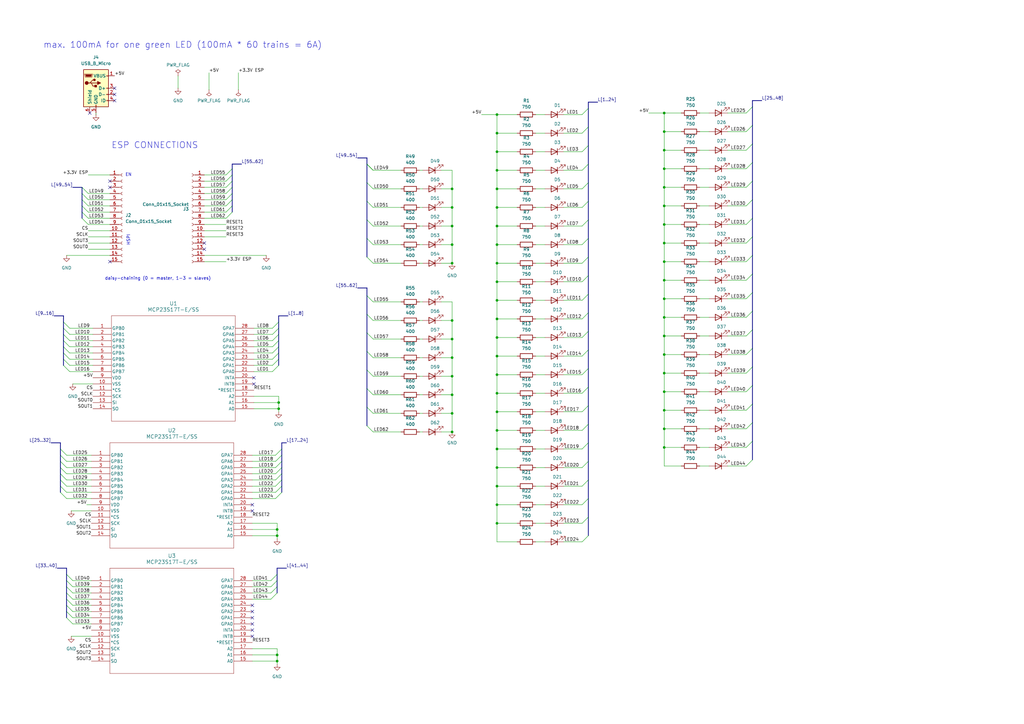
<source format=kicad_sch>
(kicad_sch (version 20231120) (generator "eeschema") (generator_version "8.0")
  (paper "A3")
  (junction (at 185.42 77.47))
  (junction (at 113.665 219.71))
  (junction (at 203.835 46.99))
  (junction (at 185.42 131.445))
  (junction (at 203.835 77.47))
  (junction (at 272.415 130.175))
  (junction (at 272.415 76.835))
  (junction (at 272.415 53.975))
  (junction (at 272.415 122.555))
  (junction (at 272.415 137.795))
  (junction (at 203.835 214.63))
  (junction (at 185.42 139.065))
  (junction (at 203.835 161.29))
  (junction (at 203.835 191.77))
  (junction (at 272.415 84.455))
  (junction (at 113.665 268.605))
  (junction (at 185.42 92.71))
  (junction (at 185.42 177.165))
  (junction (at 203.835 184.15))
  (junction (at 272.415 92.075))
  (junction (at 203.835 92.71))
  (junction (at 203.835 100.33))
  (junction (at 272.415 61.595))
  (junction (at 272.415 69.215))
  (junction (at 272.415 160.655))
  (junction (at 203.835 62.23))
  (junction (at 185.42 107.95))
  (junction (at 203.835 168.91))
  (junction (at 185.42 100.33))
  (junction (at 203.835 176.53))
  (junction (at 272.415 145.415))
  (junction (at 114.3 165.1))
  (junction (at 203.835 130.81))
  (junction (at 113.665 217.17))
  (junction (at 203.835 85.09))
  (junction (at 203.835 115.57))
  (junction (at 185.42 146.685))
  (junction (at 272.415 153.035))
  (junction (at 203.835 153.67))
  (junction (at 272.415 168.275))
  (junction (at 203.835 146.05))
  (junction (at 203.835 69.85))
  (junction (at 185.42 85.09))
  (junction (at 272.415 99.695))
  (junction (at 272.415 183.515))
  (junction (at 113.665 271.145))
  (junction (at 203.835 207.01))
  (junction (at 185.42 154.305))
  (junction (at 272.415 107.315))
  (junction (at 272.415 114.935))
  (junction (at 114.3 167.64))
  (junction (at 185.42 169.545))
  (junction (at 203.835 107.95))
  (junction (at 203.835 54.61))
  (junction (at 203.835 123.19))
  (junction (at 203.835 138.43))
  (junction (at 203.835 199.39))
  (junction (at 272.415 46.355))
  (junction (at 272.415 175.895))
  (junction (at 185.42 161.925))
  (no_connect (at 83.82 99.695))
  (no_connect (at 103.505 255.905))
  (no_connect (at 103.505 248.285))
  (no_connect (at 45.085 76.835))
  (no_connect (at 46.99 38.735))
  (no_connect (at 103.505 260.985))
  (no_connect (at 103.505 250.825))
  (no_connect (at 36.83 46.355))
  (no_connect (at 46.99 36.195))
  (no_connect (at 103.505 253.365))
  (no_connect (at 83.82 102.235))
  (no_connect (at 45.085 74.295))
  (no_connect (at 103.505 209.55))
  (no_connect (at 104.14 154.94))
  (no_connect (at 45.085 107.315))
  (no_connect (at 104.14 157.48))
  (no_connect (at 103.505 258.445))
  (no_connect (at 103.505 207.01))
  (no_connect (at 46.99 41.275))
  (bus_entry (at 150.495 121.285) (size 2.54 2.54))
  (bus_entry (at 115.57 189.23) (size -2.54 2.54))
  (bus_entry (at 114.3 144.78) (size -2.54 2.54))
  (bus_entry (at 33.655 81.915) (size 2.54 2.54))
  (bus_entry (at 95.25 84.455) (size -2.54 2.54))
  (bus_entry (at 241.3 158.75) (size -2.54 2.54))
  (bus_entry (at 241.3 44.45) (size -2.54 2.54))
  (bus_entry (at 114.3 147.32) (size -2.54 2.54))
  (bus_entry (at 241.3 173.99) (size -2.54 2.54))
  (bus_entry (at 241.3 143.51) (size -2.54 2.54))
  (bus_entry (at 241.3 151.13) (size -2.54 2.54))
  (bus_entry (at 95.25 74.295) (size -2.54 2.54))
  (bus_entry (at 33.655 84.455) (size 2.54 2.54))
  (bus_entry (at 27.305 248.285) (size 2.54 2.54))
  (bus_entry (at 24.765 184.15) (size 2.54 2.54))
  (bus_entry (at 113.665 240.665) (size -2.54 2.54))
  (bus_entry (at 27.305 240.665) (size 2.54 2.54))
  (bus_entry (at 308.61 112.395) (size -2.54 2.54))
  (bus_entry (at 115.57 186.69) (size -2.54 2.54))
  (bus_entry (at 114.3 137.16) (size -2.54 2.54))
  (bus_entry (at 241.3 67.31) (size -2.54 2.54))
  (bus_entry (at 308.61 142.875) (size -2.54 2.54))
  (bus_entry (at 33.655 86.995) (size 2.54 2.54))
  (bus_entry (at 150.495 105.41) (size 2.54 2.54))
  (bus_entry (at 26.035 139.7) (size 2.54 2.54))
  (bus_entry (at 150.495 136.525) (size 2.54 2.54))
  (bus_entry (at 150.495 97.79) (size 2.54 2.54))
  (bus_entry (at 241.3 181.61) (size -2.54 2.54))
  (bus_entry (at 24.765 199.39) (size 2.54 2.54))
  (bus_entry (at 241.3 219.71) (size -2.54 2.54))
  (bus_entry (at 95.25 69.215) (size -2.54 2.54))
  (bus_entry (at 114.3 134.62) (size -2.54 2.54))
  (bus_entry (at 26.035 134.62) (size 2.54 2.54))
  (bus_entry (at 241.3 74.93) (size -2.54 2.54))
  (bus_entry (at 241.3 105.41) (size -2.54 2.54))
  (bus_entry (at 241.3 59.69) (size -2.54 2.54))
  (bus_entry (at 95.25 86.995) (size -2.54 2.54))
  (bus_entry (at 26.035 137.16) (size 2.54 2.54))
  (bus_entry (at 115.57 201.93) (size -2.54 2.54))
  (bus_entry (at 150.495 167.005) (size 2.54 2.54))
  (bus_entry (at 114.3 132.08) (size -2.54 2.54))
  (bus_entry (at 150.495 144.145) (size 2.54 2.54))
  (bus_entry (at 241.3 113.03) (size -2.54 2.54))
  (bus_entry (at 241.3 212.09) (size -2.54 2.54))
  (bus_entry (at 241.3 82.55) (size -2.54 2.54))
  (bus_entry (at 27.305 253.365) (size 2.54 2.54))
  (bus_entry (at 308.61 150.495) (size -2.54 2.54))
  (bus_entry (at 241.3 204.47) (size -2.54 2.54))
  (bus_entry (at 24.765 196.85) (size 2.54 2.54))
  (bus_entry (at 150.495 128.905) (size 2.54 2.54))
  (bus_entry (at 308.61 104.775) (size -2.54 2.54))
  (bus_entry (at 241.3 120.65) (size -2.54 2.54))
  (bus_entry (at 24.765 186.69) (size 2.54 2.54))
  (bus_entry (at 150.495 159.385) (size 2.54 2.54))
  (bus_entry (at 24.765 191.77) (size 2.54 2.54))
  (bus_entry (at 241.3 52.07) (size -2.54 2.54))
  (bus_entry (at 308.61 120.015) (size -2.54 2.54))
  (bus_entry (at 114.3 142.24) (size -2.54 2.54))
  (bus_entry (at 27.305 250.825) (size 2.54 2.54))
  (bus_entry (at 241.3 166.37) (size -2.54 2.54))
  (bus_entry (at 308.61 66.675) (size -2.54 2.54))
  (bus_entry (at 115.57 191.77) (size -2.54 2.54))
  (bus_entry (at 115.57 199.39) (size -2.54 2.54))
  (bus_entry (at 308.61 74.295) (size -2.54 2.54))
  (bus_entry (at 308.61 173.355) (size -2.54 2.54))
  (bus_entry (at 95.25 81.915) (size -2.54 2.54))
  (bus_entry (at 95.25 71.755) (size -2.54 2.54))
  (bus_entry (at 150.495 151.765) (size 2.54 2.54))
  (bus_entry (at 27.305 238.125) (size 2.54 2.54))
  (bus_entry (at 241.3 189.23) (size -2.54 2.54))
  (bus_entry (at 26.035 142.24) (size 2.54 2.54))
  (bus_entry (at 241.3 196.85) (size -2.54 2.54))
  (bus_entry (at 95.25 76.835) (size -2.54 2.54))
  (bus_entry (at 150.495 67.31) (size 2.54 2.54))
  (bus_entry (at 241.3 128.27) (size -2.54 2.54))
  (bus_entry (at 26.035 147.32) (size 2.54 2.54))
  (bus_entry (at 27.305 235.585) (size 2.54 2.54))
  (bus_entry (at 308.61 180.975) (size -2.54 2.54))
  (bus_entry (at 113.665 238.125) (size -2.54 2.54))
  (bus_entry (at 308.61 97.155) (size -2.54 2.54))
  (bus_entry (at 308.61 89.535) (size -2.54 2.54))
  (bus_entry (at 308.61 127.635) (size -2.54 2.54))
  (bus_entry (at 95.25 79.375) (size -2.54 2.54))
  (bus_entry (at 308.61 165.735) (size -2.54 2.54))
  (bus_entry (at 241.3 90.17) (size -2.54 2.54))
  (bus_entry (at 150.495 82.55) (size 2.54 2.54))
  (bus_entry (at 308.61 188.595) (size -2.54 2.54))
  (bus_entry (at 114.3 149.86) (size -2.54 2.54))
  (bus_entry (at 115.57 194.31) (size -2.54 2.54))
  (bus_entry (at 27.305 245.745) (size 2.54 2.54))
  (bus_entry (at 308.61 43.815) (size -2.54 2.54))
  (bus_entry (at 308.61 51.435) (size -2.54 2.54))
  (bus_entry (at 33.655 76.835) (size 2.54 2.54))
  (bus_entry (at 27.305 243.205) (size 2.54 2.54))
  (bus_entry (at 26.035 149.86) (size 2.54 2.54))
  (bus_entry (at 241.3 135.89) (size -2.54 2.54))
  (bus_entry (at 241.3 97.79) (size -2.54 2.54))
  (bus_entry (at 24.765 194.31) (size 2.54 2.54))
  (bus_entry (at 308.61 158.115) (size -2.54 2.54))
  (bus_entry (at 115.57 184.15) (size -2.54 2.54))
  (bus_entry (at 150.495 90.17) (size 2.54 2.54))
  (bus_entry (at 308.61 59.055) (size -2.54 2.54))
  (bus_entry (at 150.495 67.31) (size 2.54 2.54))
  (bus_entry (at 114.3 139.7) (size -2.54 2.54))
  (bus_entry (at 26.035 132.08) (size 2.54 2.54))
  (bus_entry (at 308.61 135.255) (size -2.54 2.54))
  (bus_entry (at 113.665 235.585) (size -2.54 2.54))
  (bus_entry (at 115.57 196.85) (size -2.54 2.54))
  (bus_entry (at 24.765 189.23) (size 2.54 2.54))
  (bus_entry (at 26.035 144.78) (size 2.54 2.54))
  (bus_entry (at 24.765 201.93) (size 2.54 2.54))
  (bus_entry (at 33.655 79.375) (size 2.54 2.54))
  (bus_entry (at 150.495 174.625) (size 2.54 2.54))
  (bus_entry (at 150.495 74.93) (size 2.54 2.54))
  (bus_entry (at 113.665 243.205) (size -2.54 2.54))
  (bus_entry (at 308.61 81.915) (size -2.54 2.54))
  (bus_entry (at 33.655 89.535) (size 2.54 2.54))
  (bus (pts (xy 241.3 67.31) (xy 241.3 74.93)))
  (wire (pts (xy 180.975 154.305) (xy 185.42 154.305)))
  (wire (pts (xy 203.835 138.43) (xy 212.09 138.43)))
  (wire (pts (xy 114.3 162.56) (xy 104.14 162.56)))
  (wire (pts (xy 272.415 61.595) (xy 272.415 53.975)))
  (wire (pts (xy 104.14 134.62) (xy 111.76 134.62)))
  (bus (pts (xy 241.3 173.99) (xy 241.3 181.61)))
  (wire (pts (xy 287.02 137.795) (xy 290.83 137.795)))
  (wire (pts (xy 203.835 191.77) (xy 203.835 184.15)))
  (wire (pts (xy 85.725 29.845) (xy 85.725 36.83)))
  (wire (pts (xy 83.82 89.535) (xy 92.71 89.535)))
  (wire (pts (xy 203.835 62.23) (xy 212.09 62.23)))
  (wire (pts (xy 272.415 160.655) (xy 272.415 153.035)))
  (wire (pts (xy 83.82 79.375) (xy 92.71 79.375)))
  (wire (pts (xy 153.035 169.545) (xy 164.465 169.545)))
  (wire (pts (xy 180.975 169.545) (xy 185.42 169.545)))
  (wire (pts (xy 272.415 69.215) (xy 279.4 69.215)))
  (wire (pts (xy 272.415 153.035) (xy 279.4 153.035)))
  (wire (pts (xy 272.415 183.515) (xy 279.4 183.515)))
  (bus (pts (xy 308.61 59.055) (xy 308.61 66.675)))
  (wire (pts (xy 83.82 74.295) (xy 92.71 74.295)))
  (wire (pts (xy 203.835 214.63) (xy 203.835 207.01)))
  (wire (pts (xy 272.415 99.695) (xy 272.415 92.075)))
  (wire (pts (xy 97.79 29.845) (xy 97.79 36.83)))
  (wire (pts (xy 185.42 131.445) (xy 185.42 139.065)))
  (wire (pts (xy 287.02 46.355) (xy 290.83 46.355)))
  (wire (pts (xy 172.085 146.685) (xy 173.355 146.685)))
  (wire (pts (xy 172.085 100.33) (xy 173.355 100.33)))
  (wire (pts (xy 113.665 268.605) (xy 113.665 266.065)))
  (bus (pts (xy 241.3 59.69) (xy 241.3 67.31)))
  (wire (pts (xy 103.505 243.205) (xy 111.125 243.205)))
  (wire (pts (xy 219.71 77.47) (xy 223.52 77.47)))
  (wire (pts (xy 38.1 144.78) (xy 28.575 144.78)))
  (wire (pts (xy 103.505 240.665) (xy 111.125 240.665)))
  (wire (pts (xy 172.085 69.85) (xy 173.355 69.85)))
  (bus (pts (xy 26.035 142.24) (xy 26.035 144.78)))
  (wire (pts (xy 298.45 137.795) (xy 306.07 137.795)))
  (bus (pts (xy 241.3 151.13) (xy 241.3 158.75)))
  (wire (pts (xy 153.035 92.71) (xy 164.465 92.71)))
  (bus (pts (xy 33.655 76.835) (xy 33.655 79.375)))
  (wire (pts (xy 298.45 107.315) (xy 306.07 107.315)))
  (wire (pts (xy 37.465 196.85) (xy 27.305 196.85)))
  (bus (pts (xy 33.655 84.455) (xy 33.655 86.995)))
  (bus (pts (xy 241.3 105.41) (xy 241.3 113.03)))
  (wire (pts (xy 298.45 191.135) (xy 306.07 191.135)))
  (wire (pts (xy 83.82 81.915) (xy 92.71 81.915)))
  (wire (pts (xy 203.835 62.23) (xy 203.835 54.61)))
  (wire (pts (xy 203.835 146.05) (xy 203.835 138.43)))
  (bus (pts (xy 27.305 233.045) (xy 27.305 235.585)))
  (wire (pts (xy 203.835 100.33) (xy 212.09 100.33)))
  (wire (pts (xy 272.415 175.895) (xy 279.4 175.895)))
  (wire (pts (xy 203.835 176.53) (xy 203.835 168.91)))
  (wire (pts (xy 219.71 62.23) (xy 223.52 62.23)))
  (wire (pts (xy 29.845 248.285) (xy 37.465 248.285)))
  (wire (pts (xy 219.71 85.09) (xy 223.52 85.09)))
  (wire (pts (xy 203.835 130.81) (xy 203.835 123.19)))
  (wire (pts (xy 83.82 94.615) (xy 92.71 94.615)))
  (wire (pts (xy 298.45 76.835) (xy 306.07 76.835)))
  (wire (pts (xy 298.45 84.455) (xy 306.07 84.455)))
  (wire (pts (xy 37.465 189.23) (xy 27.305 189.23)))
  (wire (pts (xy 231.14 62.23) (xy 238.76 62.23)))
  (bus (pts (xy 114.3 142.24) (xy 114.3 144.78)))
  (wire (pts (xy 203.835 161.29) (xy 203.835 153.67)))
  (wire (pts (xy 83.82 76.835) (xy 92.71 76.835)))
  (bus (pts (xy 113.665 233.045) (xy 117.475 233.045)))
  (wire (pts (xy 104.14 165.1) (xy 114.3 165.1)))
  (wire (pts (xy 219.71 138.43) (xy 223.52 138.43)))
  (wire (pts (xy 153.035 139.065) (xy 164.465 139.065)))
  (bus (pts (xy 113.665 235.585) (xy 113.665 238.125)))
  (bus (pts (xy 308.61 173.355) (xy 308.61 180.975)))
  (bus (pts (xy 241.3 196.85) (xy 241.3 204.47)))
  (bus (pts (xy 308.61 43.815) (xy 308.61 51.435)))
  (wire (pts (xy 29.845 250.825) (xy 37.465 250.825)))
  (wire (pts (xy 219.71 207.01) (xy 223.52 207.01)))
  (wire (pts (xy 113.665 214.63) (xy 103.505 214.63)))
  (wire (pts (xy 185.42 154.305) (xy 185.42 161.925)))
  (wire (pts (xy 219.71 199.39) (xy 223.52 199.39)))
  (wire (pts (xy 104.14 142.24) (xy 111.76 142.24)))
  (wire (pts (xy 231.14 77.47) (xy 238.76 77.47)))
  (bus (pts (xy 26.035 129.54) (xy 26.035 132.08)))
  (wire (pts (xy 83.82 92.075) (xy 92.71 92.075)))
  (wire (pts (xy 298.45 130.175) (xy 306.07 130.175)))
  (wire (pts (xy 29.845 157.48) (xy 38.1 157.48)))
  (wire (pts (xy 203.835 184.15) (xy 212.09 184.15)))
  (bus (pts (xy 115.57 194.31) (xy 115.57 196.85)))
  (bus (pts (xy 114.3 139.7) (xy 114.3 142.24)))
  (wire (pts (xy 172.085 139.065) (xy 173.355 139.065)))
  (wire (pts (xy 113.665 266.065) (xy 103.505 266.065)))
  (wire (pts (xy 272.415 153.035) (xy 272.415 145.415)))
  (wire (pts (xy 203.835 92.71) (xy 212.09 92.71)))
  (wire (pts (xy 104.14 144.78) (xy 111.76 144.78)))
  (bus (pts (xy 24.765 191.77) (xy 24.765 194.31)))
  (wire (pts (xy 36.195 102.235) (xy 45.085 102.235)))
  (wire (pts (xy 272.415 107.315) (xy 279.4 107.315)))
  (wire (pts (xy 36.195 99.695) (xy 45.085 99.695)))
  (wire (pts (xy 219.71 54.61) (xy 223.52 54.61)))
  (wire (pts (xy 37.465 199.39) (xy 27.305 199.39)))
  (wire (pts (xy 287.02 168.275) (xy 290.83 168.275)))
  (wire (pts (xy 29.845 243.205) (xy 37.465 243.205)))
  (wire (pts (xy 219.71 46.99) (xy 223.52 46.99)))
  (wire (pts (xy 113.03 196.85) (xy 103.505 196.85)))
  (wire (pts (xy 203.835 123.19) (xy 203.835 115.57)))
  (wire (pts (xy 231.14 184.15) (xy 238.76 184.15)))
  (bus (pts (xy 241.3 97.79) (xy 241.3 105.41)))
  (bus (pts (xy 115.57 181.61) (xy 117.475 181.61)))
  (wire (pts (xy 272.415 76.835) (xy 279.4 76.835)))
  (wire (pts (xy 185.42 77.47) (xy 185.42 85.09)))
  (wire (pts (xy 287.02 76.835) (xy 290.83 76.835)))
  (bus (pts (xy 114.3 144.78) (xy 114.3 147.32)))
  (wire (pts (xy 113.665 217.17) (xy 113.665 214.63)))
  (wire (pts (xy 172.085 161.925) (xy 173.355 161.925)))
  (bus (pts (xy 150.495 90.17) (xy 150.495 97.79)))
  (wire (pts (xy 185.42 139.065) (xy 185.42 146.685)))
  (wire (pts (xy 219.71 161.29) (xy 223.52 161.29)))
  (wire (pts (xy 287.02 84.455) (xy 290.83 84.455)))
  (bus (pts (xy 241.3 82.55) (xy 241.3 90.17)))
  (wire (pts (xy 172.085 169.545) (xy 173.355 169.545)))
  (bus (pts (xy 33.655 86.995) (xy 33.655 89.535)))
  (wire (pts (xy 203.835 184.15) (xy 203.835 176.53)))
  (bus (pts (xy 308.61 135.255) (xy 308.61 142.875)))
  (wire (pts (xy 114.3 165.1) (xy 114.3 167.64)))
  (bus (pts (xy 115.57 186.69) (xy 115.57 189.23)))
  (wire (pts (xy 287.02 130.175) (xy 290.83 130.175)))
  (wire (pts (xy 38.1 147.32) (xy 28.575 147.32)))
  (bus (pts (xy 26.035 129.54) (xy 22.225 129.54)))
  (wire (pts (xy 272.415 183.515) (xy 272.415 175.895)))
  (wire (pts (xy 298.45 160.655) (xy 306.07 160.655)))
  (bus (pts (xy 241.3 90.17) (xy 241.3 97.79)))
  (wire (pts (xy 153.035 131.445) (xy 164.465 131.445)))
  (wire (pts (xy 298.45 61.595) (xy 306.07 61.595)))
  (bus (pts (xy 113.665 240.665) (xy 113.665 243.205)))
  (wire (pts (xy 272.415 76.835) (xy 272.415 69.215)))
  (wire (pts (xy 272.415 145.415) (xy 272.415 137.795)))
  (wire (pts (xy 272.415 191.135) (xy 279.4 191.135)))
  (wire (pts (xy 180.975 146.685) (xy 185.42 146.685)))
  (wire (pts (xy 29.845 245.745) (xy 37.465 245.745)))
  (wire (pts (xy 37.465 201.93) (xy 27.305 201.93)))
  (wire (pts (xy 185.42 146.685) (xy 185.42 154.305)))
  (wire (pts (xy 113.03 201.93) (xy 103.505 201.93)))
  (wire (pts (xy 103.505 245.745) (xy 111.125 245.745)))
  (wire (pts (xy 266.065 46.355) (xy 272.415 46.355)))
  (wire (pts (xy 172.085 92.71) (xy 173.355 92.71)))
  (wire (pts (xy 203.835 191.77) (xy 212.09 191.77)))
  (bus (pts (xy 33.655 81.915) (xy 33.655 84.455)))
  (wire (pts (xy 83.82 71.755) (xy 92.71 71.755)))
  (bus (pts (xy 27.305 235.585) (xy 27.305 238.125)))
  (wire (pts (xy 180.975 139.065) (xy 185.42 139.065)))
  (wire (pts (xy 231.14 153.67) (xy 238.76 153.67)))
  (wire (pts (xy 38.1 149.86) (xy 28.575 149.86)))
  (bus (pts (xy 24.765 196.85) (xy 24.765 199.39)))
  (wire (pts (xy 219.71 130.81) (xy 223.52 130.81)))
  (wire (pts (xy 104.14 139.7) (xy 111.76 139.7)))
  (bus (pts (xy 150.495 64.77) (xy 150.495 67.31)))
  (bus (pts (xy 26.035 144.78) (xy 26.035 147.32)))
  (wire (pts (xy 197.485 46.99) (xy 203.835 46.99)))
  (bus (pts (xy 308.61 120.015) (xy 308.61 127.635)))
  (bus (pts (xy 308.61 74.295) (xy 308.61 81.915)))
  (bus (pts (xy 150.495 97.79) (xy 150.495 105.41)))
  (bus (pts (xy 308.61 66.675) (xy 308.61 74.295)))
  (bus (pts (xy 113.665 233.045) (xy 113.665 235.585)))
  (wire (pts (xy 287.02 183.515) (xy 290.83 183.515)))
  (wire (pts (xy 298.45 153.035) (xy 306.07 153.035)))
  (wire (pts (xy 153.035 69.85) (xy 164.465 69.85)))
  (wire (pts (xy 203.835 92.71) (xy 203.835 85.09)))
  (wire (pts (xy 272.415 175.895) (xy 272.415 168.275)))
  (bus (pts (xy 24.765 186.69) (xy 24.765 189.23)))
  (wire (pts (xy 272.415 137.795) (xy 279.4 137.795)))
  (wire (pts (xy 36.195 71.755) (xy 45.085 71.755)))
  (bus (pts (xy 150.495 136.525) (xy 150.495 144.145)))
  (wire (pts (xy 272.415 191.135) (xy 272.415 183.515)))
  (bus (pts (xy 150.495 67.31) (xy 150.495 74.93)))
  (wire (pts (xy 38.1 134.62) (xy 28.575 134.62)))
  (bus (pts (xy 95.25 71.755) (xy 95.25 74.295)))
  (wire (pts (xy 203.835 107.95) (xy 203.835 100.33)))
  (wire (pts (xy 203.835 115.57) (xy 212.09 115.57)))
  (wire (pts (xy 272.415 53.975) (xy 279.4 53.975)))
  (bus (pts (xy 308.61 104.775) (xy 308.61 112.395)))
  (wire (pts (xy 29.845 238.125) (xy 37.465 238.125)))
  (wire (pts (xy 103.505 268.605) (xy 113.665 268.605)))
  (wire (pts (xy 180.975 100.33) (xy 185.42 100.33)))
  (wire (pts (xy 185.42 92.71) (xy 185.42 100.33)))
  (wire (pts (xy 272.415 107.315) (xy 272.415 99.695)))
  (wire (pts (xy 219.71 168.91) (xy 223.52 168.91)))
  (wire (pts (xy 36.195 84.455) (xy 45.085 84.455)))
  (bus (pts (xy 308.61 89.535) (xy 308.61 97.155)))
  (wire (pts (xy 272.415 84.455) (xy 279.4 84.455)))
  (wire (pts (xy 36.195 92.075) (xy 45.085 92.075)))
  (bus (pts (xy 24.765 189.23) (xy 24.765 191.77)))
  (wire (pts (xy 298.45 183.515) (xy 306.07 183.515)))
  (wire (pts (xy 113.665 217.17) (xy 113.665 219.71)))
  (wire (pts (xy 287.02 175.895) (xy 290.83 175.895)))
  (wire (pts (xy 272.415 145.415) (xy 279.4 145.415)))
  (wire (pts (xy 203.835 214.63) (xy 212.09 214.63)))
  (bus (pts (xy 150.495 118.11) (xy 150.495 121.285)))
  (wire (pts (xy 172.085 154.305) (xy 173.355 154.305)))
  (wire (pts (xy 272.415 61.595) (xy 279.4 61.595)))
  (bus (pts (xy 241.3 41.91) (xy 241.3 44.45)))
  (bus (pts (xy 241.3 204.47) (xy 241.3 212.09)))
  (wire (pts (xy 153.035 123.825) (xy 164.465 123.825)))
  (wire (pts (xy 153.035 177.165) (xy 164.465 177.165)))
  (bus (pts (xy 115.57 189.23) (xy 115.57 191.77)))
  (wire (pts (xy 272.415 69.215) (xy 272.415 61.595)))
  (wire (pts (xy 287.02 160.655) (xy 290.83 160.655)))
  (bus (pts (xy 27.305 245.745) (xy 27.305 248.285)))
  (bus (pts (xy 114.3 147.32) (xy 114.3 149.86)))
  (wire (pts (xy 29.21 260.985) (xy 37.465 260.985)))
  (bus (pts (xy 26.035 132.08) (xy 26.035 134.62)))
  (bus (pts (xy 27.305 243.205) (xy 27.305 245.745)))
  (bus (pts (xy 114.3 137.16) (xy 114.3 139.7)))
  (wire (pts (xy 287.02 69.215) (xy 290.83 69.215)))
  (wire (pts (xy 113.03 199.39) (xy 103.505 199.39)))
  (wire (pts (xy 203.835 77.47) (xy 212.09 77.47)))
  (bus (pts (xy 95.25 76.835) (xy 95.25 79.375)))
  (bus (pts (xy 114.3 129.54) (xy 118.11 129.54)))
  (wire (pts (xy 172.085 131.445) (xy 173.355 131.445)))
  (wire (pts (xy 103.505 219.71) (xy 113.665 219.71)))
  (bus (pts (xy 95.25 69.215) (xy 95.25 71.755)))
  (wire (pts (xy 272.415 160.655) (xy 279.4 160.655)))
  (wire (pts (xy 114.3 167.64) (xy 114.3 168.91)))
  (wire (pts (xy 298.45 114.935) (xy 306.07 114.935)))
  (wire (pts (xy 298.45 175.895) (xy 306.07 175.895)))
  (wire (pts (xy 83.82 97.155) (xy 92.71 97.155)))
  (wire (pts (xy 203.835 85.09) (xy 212.09 85.09)))
  (wire (pts (xy 231.14 130.81) (xy 238.76 130.81)))
  (wire (pts (xy 172.085 85.09) (xy 173.355 85.09)))
  (wire (pts (xy 272.415 168.275) (xy 279.4 168.275)))
  (bus (pts (xy 95.25 84.455) (xy 95.25 86.995)))
  (bus (pts (xy 115.57 181.61) (xy 115.57 184.15)))
  (wire (pts (xy 298.45 145.415) (xy 306.07 145.415)))
  (bus (pts (xy 150.495 118.11) (xy 146.685 118.11)))
  (bus (pts (xy 24.765 181.61) (xy 24.765 184.15)))
  (wire (pts (xy 231.14 85.09) (xy 238.76 85.09)))
  (bus (pts (xy 26.035 139.7) (xy 26.035 142.24)))
  (wire (pts (xy 104.14 137.16) (xy 111.76 137.16)))
  (wire (pts (xy 153.035 161.925) (xy 164.465 161.925)))
  (wire (pts (xy 73.025 31.115) (xy 73.025 36.195)))
  (bus (pts (xy 24.765 194.31) (xy 24.765 196.85)))
  (wire (pts (xy 36.195 79.375) (xy 45.085 79.375)))
  (wire (pts (xy 36.195 89.535) (xy 45.085 89.535)))
  (bus (pts (xy 114.3 129.54) (xy 114.3 132.08)))
  (wire (pts (xy 104.14 149.86) (xy 111.76 149.86)))
  (wire (pts (xy 272.415 99.695) (xy 279.4 99.695)))
  (wire (pts (xy 231.14 92.71) (xy 238.76 92.71)))
  (wire (pts (xy 203.835 54.61) (xy 203.835 46.99)))
  (bus (pts (xy 95.25 79.375) (xy 95.25 81.915)))
  (wire (pts (xy 287.02 114.935) (xy 290.83 114.935)))
  (bus (pts (xy 27.305 233.045) (xy 23.495 233.045)))
  (wire (pts (xy 203.835 100.33) (xy 203.835 92.71)))
  (wire (pts (xy 219.71 146.05) (xy 223.52 146.05)))
  (wire (pts (xy 272.415 46.355) (xy 279.4 46.355)))
  (wire (pts (xy 203.835 69.85) (xy 203.835 62.23)))
  (bus (pts (xy 308.61 112.395) (xy 308.61 120.015)))
  (wire (pts (xy 113.03 186.69) (xy 103.505 186.69)))
  (wire (pts (xy 231.14 199.39) (xy 238.76 199.39)))
  (wire (pts (xy 83.82 104.775) (xy 109.22 104.775)))
  (wire (pts (xy 231.14 100.33) (xy 238.76 100.33)))
  (wire (pts (xy 29.845 253.365) (xy 37.465 253.365)))
  (wire (pts (xy 180.975 85.09) (xy 185.42 85.09)))
  (wire (pts (xy 185.42 100.33) (xy 185.42 107.95)))
  (wire (pts (xy 203.835 46.99) (xy 212.09 46.99)))
  (wire (pts (xy 287.02 145.415) (xy 290.83 145.415)))
  (wire (pts (xy 104.14 167.64) (xy 114.3 167.64)))
  (wire (pts (xy 180.975 77.47) (xy 185.42 77.47)))
  (wire (pts (xy 172.085 177.165) (xy 173.355 177.165)))
  (wire (pts (xy 203.835 123.19) (xy 212.09 123.19)))
  (wire (pts (xy 36.195 86.995) (xy 45.085 86.995)))
  (wire (pts (xy 231.14 115.57) (xy 238.76 115.57)))
  (bus (pts (xy 115.57 191.77) (xy 115.57 194.31)))
  (bus (pts (xy 308.61 158.115) (xy 308.61 165.735)))
  (wire (pts (xy 219.71 69.85) (xy 223.52 69.85)))
  (wire (pts (xy 36.195 81.915) (xy 45.085 81.915)))
  (wire (pts (xy 153.035 85.09) (xy 164.465 85.09)))
  (bus (pts (xy 27.305 250.825) (xy 27.305 253.365)))
  (wire (pts (xy 203.835 85.09) (xy 203.835 77.47)))
  (wire (pts (xy 219.71 107.95) (xy 223.52 107.95)))
  (wire (pts (xy 272.415 122.555) (xy 279.4 122.555)))
  (wire (pts (xy 219.71 115.57) (xy 223.52 115.57)))
  (wire (pts (xy 298.45 53.975) (xy 306.07 53.975)))
  (bus (pts (xy 26.035 134.62) (xy 26.035 137.16)))
  (bus (pts (xy 24.765 199.39) (xy 24.765 201.93)))
  (bus (pts (xy 150.495 82.55) (xy 150.495 90.17)))
  (wire (pts (xy 180.975 123.825) (xy 185.42 123.825)))
  (bus (pts (xy 241.3 113.03) (xy 241.3 120.65)))
  (wire (pts (xy 231.14 207.01) (xy 238.76 207.01)))
  (wire (pts (xy 219.71 176.53) (xy 223.52 176.53)))
  (wire (pts (xy 272.415 114.935) (xy 279.4 114.935)))
  (bus (pts (xy 241.3 120.65) (xy 241.3 128.27)))
  (wire (pts (xy 231.14 161.29) (xy 238.76 161.29)))
  (wire (pts (xy 104.14 147.32) (xy 111.76 147.32)))
  (wire (pts (xy 231.14 138.43) (xy 238.76 138.43)))
  (wire (pts (xy 272.415 130.175) (xy 272.415 122.555)))
  (wire (pts (xy 272.415 84.455) (xy 272.415 76.835)))
  (wire (pts (xy 153.035 77.47) (xy 164.465 77.47)))
  (bus (pts (xy 241.3 52.07) (xy 241.3 59.69)))
  (wire (pts (xy 219.71 123.19) (xy 223.52 123.19)))
  (wire (pts (xy 180.975 131.445) (xy 185.42 131.445)))
  (wire (pts (xy 203.835 146.05) (xy 212.09 146.05)))
  (wire (pts (xy 231.14 123.19) (xy 238.76 123.19)))
  (wire (pts (xy 272.415 53.975) (xy 272.415 46.355)))
  (bus (pts (xy 95.25 81.915) (xy 95.25 84.455)))
  (wire (pts (xy 172.085 107.95) (xy 173.355 107.95)))
  (wire (pts (xy 272.415 92.075) (xy 272.415 84.455)))
  (wire (pts (xy 153.035 107.95) (xy 164.465 107.95)))
  (wire (pts (xy 185.42 169.545) (xy 185.42 177.165)))
  (bus (pts (xy 241.3 189.23) (xy 241.3 196.85)))
  (bus (pts (xy 241.3 166.37) (xy 241.3 173.99)))
  (bus (pts (xy 308.61 180.975) (xy 308.61 188.595)))
  (wire (pts (xy 103.505 238.125) (xy 111.125 238.125)))
  (wire (pts (xy 231.14 146.05) (xy 238.76 146.05)))
  (wire (pts (xy 231.14 214.63) (xy 238.76 214.63)))
  (wire (pts (xy 231.14 176.53) (xy 238.76 176.53)))
  (wire (pts (xy 37.465 255.905) (xy 29.845 255.905)))
  (wire (pts (xy 219.71 153.67) (xy 223.52 153.67)))
  (bus (pts (xy 24.765 181.61) (xy 20.955 181.61)))
  (bus (pts (xy 113.665 238.125) (xy 113.665 240.665)))
  (wire (pts (xy 298.45 46.355) (xy 306.07 46.355)))
  (wire (pts (xy 36.195 94.615) (xy 45.085 94.615)))
  (wire (pts (xy 272.415 137.795) (xy 272.415 130.175)))
  (wire (pts (xy 219.71 100.33) (xy 223.52 100.33)))
  (bus (pts (xy 33.655 76.835) (xy 29.845 76.835)))
  (bus (pts (xy 241.3 44.45) (xy 241.3 52.07)))
  (wire (pts (xy 29.21 209.55) (xy 37.465 209.55)))
  (wire (pts (xy 203.835 69.85) (xy 212.09 69.85)))
  (wire (pts (xy 37.465 191.77) (xy 27.305 191.77)))
  (bus (pts (xy 24.765 184.15) (xy 24.765 186.69)))
  (wire (pts (xy 113.665 219.71) (xy 113.665 220.98)))
  (wire (pts (xy 185.42 85.09) (xy 185.42 92.71)))
  (bus (pts (xy 115.57 199.39) (xy 115.57 201.93)))
  (wire (pts (xy 180.975 177.165) (xy 185.42 177.165)))
  (bus (pts (xy 27.305 240.665) (xy 27.305 243.205)))
  (wire (pts (xy 83.82 107.315) (xy 92.71 107.315)))
  (wire (pts (xy 287.02 99.695) (xy 290.83 99.695)))
  (bus (pts (xy 308.61 142.875) (xy 308.61 150.495)))
  (wire (pts (xy 298.45 69.215) (xy 306.07 69.215)))
  (wire (pts (xy 203.835 54.61) (xy 212.09 54.61)))
  (wire (pts (xy 38.1 137.16) (xy 28.575 137.16)))
  (bus (pts (xy 114.3 134.62) (xy 114.3 137.16)))
  (wire (pts (xy 219.71 184.15) (xy 223.52 184.15)))
  (wire (pts (xy 203.835 199.39) (xy 203.835 191.77)))
  (wire (pts (xy 180.975 69.85) (xy 185.42 69.85)))
  (bus (pts (xy 308.61 97.155) (xy 308.61 104.775)))
  (wire (pts (xy 104.14 152.4) (xy 111.76 152.4)))
  (bus (pts (xy 241.3 128.27) (xy 241.3 135.89)))
  (wire (pts (xy 203.835 138.43) (xy 203.835 130.81)))
  (wire (pts (xy 185.42 69.85) (xy 185.42 77.47)))
  (bus (pts (xy 150.495 159.385) (xy 150.495 167.005)))
  (bus (pts (xy 95.25 67.31) (xy 95.25 69.215)))
  (wire (pts (xy 203.835 222.25) (xy 212.09 222.25)))
  (wire (pts (xy 287.02 191.135) (xy 290.83 191.135)))
  (wire (pts (xy 180.975 161.925) (xy 185.42 161.925)))
  (bus (pts (xy 241.3 41.91) (xy 245.11 41.91)))
  (wire (pts (xy 203.835 207.01) (xy 212.09 207.01)))
  (wire (pts (xy 185.42 123.825) (xy 185.42 131.445)))
  (wire (pts (xy 287.02 92.075) (xy 290.83 92.075)))
  (bus (pts (xy 150.495 64.77) (xy 146.685 64.77)))
  (wire (pts (xy 231.14 191.77) (xy 238.76 191.77)))
  (bus (pts (xy 27.305 238.125) (xy 27.305 240.665)))
  (bus (pts (xy 33.655 79.375) (xy 33.655 81.915)))
  (wire (pts (xy 272.415 92.075) (xy 279.4 92.075)))
  (wire (pts (xy 203.835 153.67) (xy 212.09 153.67)))
  (wire (pts (xy 180.975 92.71) (xy 185.42 92.71)))
  (wire (pts (xy 272.415 114.935) (xy 272.415 107.315)))
  (wire (pts (xy 287.02 122.555) (xy 290.83 122.555)))
  (wire (pts (xy 113.665 271.145) (xy 113.665 272.415)))
  (bus (pts (xy 308.61 81.915) (xy 308.61 89.535)))
  (wire (pts (xy 37.465 204.47) (xy 27.305 204.47)))
  (wire (pts (xy 153.035 154.305) (xy 164.465 154.305)))
  (bus (pts (xy 95.25 67.31) (xy 99.06 67.31)))
  (bus (pts (xy 308.61 127.635) (xy 308.61 135.255)))
  (wire (pts (xy 298.45 168.275) (xy 306.07 168.275)))
  (wire (pts (xy 272.415 130.175) (xy 279.4 130.175)))
  (wire (pts (xy 219.71 92.71) (xy 223.52 92.71)))
  (bus (pts (xy 308.61 150.495) (xy 308.61 158.115)))
  (bus (pts (xy 241.3 135.89) (xy 241.3 143.51)))
  (wire (pts (xy 231.14 54.61) (xy 238.76 54.61)))
  (wire (pts (xy 153.035 100.33) (xy 164.465 100.33)))
  (wire (pts (xy 298.45 99.695) (xy 306.07 99.695)))
  (wire (pts (xy 113.03 191.77) (xy 103.505 191.77)))
  (bus (pts (xy 114.3 132.08) (xy 114.3 134.62)))
  (wire (pts (xy 203.835 77.47) (xy 203.835 69.85)))
  (bus (pts (xy 115.57 196.85) (xy 115.57 199.39)))
  (wire (pts (xy 219.71 214.63) (xy 223.52 214.63)))
  (bus (pts (xy 150.495 167.005) (xy 150.495 174.625)))
  (wire (pts (xy 203.835 168.91) (xy 212.09 168.91)))
  (bus (pts (xy 26.035 137.16) (xy 26.035 139.7)))
  (bus (pts (xy 27.305 248.285) (xy 27.305 250.825)))
  (wire (pts (xy 298.45 92.075) (xy 306.07 92.075)))
  (wire (pts (xy 180.975 107.95) (xy 185.42 107.95)))
  (bus (pts (xy 150.495 144.145) (xy 150.495 151.765)))
  (wire (pts (xy 238.76 168.91) (xy 231.14 168.91)))
  (wire (pts (xy 103.505 271.145) (xy 113.665 271.145)))
  (bus (pts (xy 26.035 147.32) (xy 26.035 149.86)))
  (bus (pts (xy 241.3 74.93) (xy 241.3 82.55)))
  (bus (pts (xy 150.495 128.905) (xy 150.495 136.525)))
  (wire (pts (xy 113.03 189.23) (xy 103.505 189.23)))
  (wire (pts (xy 27.305 104.775) (xy 45.085 104.775)))
  (wire (pts (xy 203.835 176.53) (xy 212.09 176.53)))
  (bus (pts (xy 308.61 165.735) (xy 308.61 173.355)))
  (wire (pts (xy 172.085 123.825) (xy 173.355 123.825)))
  (wire (pts (xy 172.085 77.47) (xy 173.355 77.47)))
  (wire (pts (xy 219.71 191.77) (xy 223.52 191.77)))
  (bus (pts (xy 150.495 121.285) (xy 150.495 128.905)))
  (wire (pts (xy 83.82 86.995) (xy 92.71 86.995)))
  (wire (pts (xy 37.465 194.31) (xy 27.305 194.31)))
  (wire (pts (xy 203.835 161.29) (xy 212.09 161.29)))
  (wire (pts (xy 272.415 122.555) (xy 272.415 114.935)))
  (bus (pts (xy 150.495 151.765) (xy 150.495 159.385)))
  (wire (pts (xy 37.465 186.69) (xy 27.305 186.69)))
  (wire (pts (xy 287.02 153.035) (xy 290.83 153.035)))
  (wire (pts (xy 203.835 168.91) (xy 203.835 161.29)))
  (wire (pts (xy 83.82 84.455) (xy 92.71 84.455)))
  (wire (pts (xy 203.835 199.39) (xy 212.09 199.39)))
  (bus (pts (xy 95.25 74.295) (xy 95.25 76.835)))
  (bus (pts (xy 308.61 51.435) (xy 308.61 59.055)))
  (wire (pts (xy 203.835 115.57) (xy 203.835 107.95)))
  (wire (pts (xy 185.42 161.925) (xy 185.42 169.545)))
  (wire (pts (xy 38.1 142.24) (xy 28.575 142.24)))
  (wire (pts (xy 287.02 61.595) (xy 290.83 61.595)))
  (wire (pts (xy 39.37 46.355) (xy 39.37 46.99)))
  (wire (pts (xy 103.505 217.17) (xy 113.665 217.17)))
  (wire (pts (xy 113.665 268.605) (xy 113.665 271.145)))
  (bus (pts (xy 308.61 41.275) (xy 308.61 43.815)))
  (wire (pts (xy 231.14 46.99) (xy 238.76 46.99)))
  (wire (pts (xy 219.71 222.25) (xy 223.52 222.25)))
  (bus (pts (xy 241.3 212.09) (xy 241.3 219.71)))
  (wire (pts (xy 29.845 240.665) (xy 37.465 240.665)))
  (wire (pts (xy 153.035 146.685) (xy 164.465 146.685)))
  (wire (pts (xy 203.835 153.67) (xy 203.835 146.05)))
  (wire (pts (xy 203.835 207.01) (xy 203.835 199.39)))
  (bus (pts (xy 308.61 41.275) (xy 312.42 41.275)))
  (wire (pts (xy 38.1 139.7) (xy 28.575 139.7)))
  (wire (pts (xy 36.195 97.155) (xy 45.085 97.155)))
  (wire (pts (xy 113.03 194.31) (xy 103.505 194.31)))
  (wire (pts (xy 231.14 107.95) (xy 238.76 107.95)))
  (wire (pts (xy 287.02 53.975) (xy 290.83 53.975)))
  (wire (pts (xy 231.14 69.85) (xy 238.76 69.85)))
  (wire (pts (xy 113.03 204.47) (xy 103.505 204.47)))
  (bus (pts (xy 241.3 158.75) (xy 241.3 166.37)))
  (wire (pts (xy 203.835 222.25) (xy 203.835 214.63)))
  (wire (pts (xy 38.1 152.4) (xy 28.575 152.4)))
  (bus (pts (xy 115.57 184.15) (xy 115.57 186.69)))
  (wire (pts (xy 35.56 207.01) (xy 37.465 207.01)))
  (bus (pts (xy 241.3 181.61) (xy 241.3 189.23)))
  (wire (pts (xy 203.835 130.81) (xy 212.09 130.81)))
  (wire (pts (xy 272.415 168.275) (xy 272.415 160.655)))
  (wire (pts (xy 287.02 107.315) (xy 290.83 107.315)))
  (bus (pts (xy 150.495 74.93) (xy 150.495 82.55)))
  (wire (pts (xy 298.45 122.555) (xy 306.07 122.555)))
  (wire (pts (xy 114.3 165.1) (xy 114.3 162.56)))
  (wire (pts (xy 231.14 222.25) (xy 238.76 222.25)))
  (bus (pts (xy 241.3 143.51) (xy 241.3 151.13)))
  (wire (pts (xy 203.835 107.95) (xy 212.09 107.95)))
  (text "HSPI" (at 52.705 98.425 90) (effects (font (size 1.27 1.27))))
  (text "max. 100mA for one green LED (100mA * 60 trains = 6A)" (at 74.93 18.542 0) (effects (font (size 2.54 2.54))))
  (text "ESP CONNECTIONS" (at 63.5 59.69 0) (effects (font (size 2.54 2.54))))
  (text "EN" (at 52.705 71.755 0) (effects (font (size 1.27 1.27))))
  (text "daisy-chaining (0 = master, 1-3 = slaves)" (at 64.77 114.3 0) (effects (font (size 1.27 1.27))))
  (label "LED38" (at 299.72 145.415 0))
  (label "L[33..40]" (at 23.495 233.045 180))
  (label "LED60" (at 159.385 161.925 180))
  (label "LED14" (at 36.83 147.32 180))
  (label "LED25" (at 29.845 186.69 0))
  (label "LED58" (at 159.385 146.685 180))
  (label "LED56" (at 86.36 74.295 0))
  (label "LED8" (at 232.41 100.33 0))
  (label "LED41" (at 109.855 238.125 180))
  (label "LED16" (at 232.41 161.29 0))
  (label "LED27" (at 299.72 61.595 0))
  (label "LED21" (at 106.045 196.85 0))
  (label "LED6" (at 105.41 139.7 0))
  (label "CS" (at 36.195 94.615 180))
  (label "LED17" (at 106.045 186.69 0))
  (label "L[17..24]" (at 117.475 181.61 0))
  (label "LED26" (at 299.72 53.975 0))
  (label "LED22" (at 106.045 199.39 0))
  (label "LED21" (at 237.49 199.39 180))
  (label "LED55" (at 159.385 123.825 180))
  (label "SCLK" (at 37.465 266.065 180))
  (label "LED30" (at 29.845 199.39 0))
  (label "+3.3V ESP" (at 97.79 29.845 0))
  (label "LED25" (at 299.72 46.355 0))
  (label "RESET1" (at 92.71 92.075 0))
  (label "LED39" (at 299.72 153.035 0))
  (label "LED40" (at 36.83 238.125 180))
  (label "LED23" (at 237.49 214.63 180))
  (label "LED16" (at 36.83 152.4 180))
  (label "+3.3V ESP" (at 92.71 107.315 0))
  (label "L[55..62]" (at 99.06 67.31 0))
  (label "CS" (at 37.465 263.525 180))
  (label "LED28" (at 29.845 194.31 0))
  (label "SOUT3" (at 36.195 99.695 180))
  (label "LED33" (at 36.83 255.905 180))
  (label "LED19" (at 237.49 184.15 180))
  (label "CS" (at 37.465 212.09 180))
  (label "LED18" (at 237.49 176.53 180))
  (label "+5V" (at 38.1 154.94 180))
  (label "LED20" (at 106.045 194.31 0))
  (label "LED15" (at 36.83 149.86 180))
  (label "LED44" (at 299.72 191.135 0))
  (label "LED40" (at 299.72 160.655 0))
  (label "LED57" (at 86.36 76.835 0))
  (label "LED41" (at 299.72 168.275 0))
  (label "LED51" (at 42.545 84.455 180))
  (label "LED7" (at 232.41 92.71 0))
  (label "LED53" (at 159.385 100.33 180))
  (label "+5V" (at 266.065 46.355 180))
  (label "LED1" (at 232.41 46.99 0))
  (label "LED51" (at 159.385 85.09 180))
  (label "LED24" (at 237.49 222.25 180))
  (label "LED60" (at 86.36 84.455 0))
  (label "LED59" (at 86.36 81.915 0))
  (label "LED23" (at 106.045 201.93 0))
  (label "LED55" (at 86.36 71.755 0))
  (label "LED37" (at 36.83 245.745 180))
  (label "LED44" (at 109.855 245.745 180))
  (label "SOUT2" (at 37.465 268.605 180))
  (label "LED49" (at 159.385 69.85 180))
  (label "LED35" (at 299.72 122.555 0))
  (label "SOUT2" (at 37.465 219.71 180))
  (label "L[49..54]" (at 146.685 64.77 180))
  (label "LED56" (at 159.385 131.445 180))
  (label "LED8" (at 105.41 134.62 0))
  (label "LED22" (at 237.49 207.01 180))
  (label "LED6" (at 232.41 85.09 0))
  (label "LED43" (at 109.855 243.205 180))
  (label "LED15" (at 232.41 153.67 0))
  (label "L[25..32]" (at 20.955 181.61 180))
  (label "LED35" (at 36.83 250.825 180))
  (label "SOUT3" (at 37.465 271.145 180))
  (label "LED26" (at 29.845 189.23 0))
  (label "LED9" (at 232.41 107.95 0))
  (label "+5V" (at 197.485 46.99 180))
  (label "LED2" (at 105.41 149.86 0))
  (label "LED53" (at 42.545 89.535 180))
  (label "RESET2" (at 92.71 94.615 0))
  (label "LED31" (at 299.72 92.075 0))
  (label "LED42" (at 109.855 240.665 180))
  (label "LED54" (at 42.545 92.075 180))
  (label "LED61" (at 159.385 169.545 180))
  (label "LED38" (at 36.83 243.205 180))
  (label "LED14" (at 232.41 146.05 0))
  (label "LED30" (at 299.72 84.455 0))
  (label "LED12" (at 232.41 130.81 0))
  (label "LED29" (at 299.72 76.835 0))
  (label "LED28" (at 299.72 69.215 0))
  (label "SCLK" (at 37.465 214.63 180))
  (label "LED1" (at 105.41 152.4 0))
  (label "+5V" (at 46.99 31.115 0))
  (label "LED20" (at 237.49 191.77 180))
  (label "LED10" (at 232.41 115.57 0))
  (label "LED11" (at 232.41 123.19 0))
  (label "LED33" (at 299.72 107.315 0))
  (label "LED13" (at 232.41 138.43 0))
  (label "LED50" (at 159.385 77.47 180))
  (label "LED36" (at 299.72 130.175 0))
  (label "SOUT0" (at 36.195 102.235 180))
  (label "LED59" (at 159.385 154.305 180))
  (label "LED50" (at 42.545 81.915 180))
  (label "LED5" (at 232.41 77.47 0))
  (label "LED5" (at 105.41 142.24 0))
  (label "RESET2" (at 103.505 212.09 0))
  (label "LED61" (at 86.36 86.995 0))
  (label "RESET3" (at 103.505 263.525 0))
  (label "LED27" (at 29.845 191.77 0))
  (label "LED37" (at 299.72 137.795 0))
  (label "LED10" (at 36.83 137.16 180))
  (label "LED32" (at 299.72 99.695 0))
  (label "L[55..62]" (at 146.685 118.11 180))
  (label "RESET1" (at 104.14 160.02 0))
  (label "LED3" (at 232.41 62.23 0))
  (label "LED43" (at 299.72 183.515 0))
  (label "LED11" (at 36.83 139.7 180))
  (label "LED4" (at 105.41 144.78 0))
  (label "LED62" (at 159.385 177.165 180))
  (label "LED3" (at 105.41 147.32 0))
  (label "LED34" (at 299.72 114.935 0))
  (label "SCLK" (at 38.1 162.56 180))
  (label "LED57" (at 159.385 139.065 180))
  (label "LED24" (at 106.045 204.47 0))
  (label "L[1..8]" (at 118.11 129.54 0))
  (label "LED39" (at 36.83 240.665 180))
  (label "CS" (at 38.1 160.02 180))
  (label "L[49..54]" (at 29.845 76.835 180))
  (label "RESET3" (at 92.71 97.155 0))
  (label "LED36" (at 36.83 248.285 180))
  (label "LED9" (at 36.83 134.62 180))
  (label "LED17" (at 237.49 168.91 180))
  (label "LED31" (at 29.845 201.93 0))
  (label "LED29" (at 29.845 196.85 0))
  (label "L[9..16]" (at 22.225 129.54 180))
  (label "L[25..48]" (at 312.42 41.275 0))
  (label "+5V" (at 37.465 258.445 180))
  (label "L[1..24]" (at 245.11 41.91 0))
  (label "LED34" (at 36.83 253.365 180))
  (label "LED12" (at 36.83 142.24 180))
  (label "LED52" (at 159.385 92.71 180))
  (label "LED54" (at 159.385 107.95 180))
  (label "LED4" (at 232.41 69.85 0))
  (label "LED42" (at 299.72 175.895 0))
  (label "LED49" (at 42.545 79.375 180))
  (label "SOUT1" (at 38.1 167.64 180))
  (label "LED19" (at 106.045 191.77 0))
  (label "LED13" (at 36.83 144.78 180))
  (label "LED52" (at 42.545 86.995 180))
  (label "LED32" (at 29.845 204.47 0))
  (label "LED62" (at 86.36 89.535 0))
  (label "+5V" (at 85.725 29.845 0))
  (label "SOUT1" (at 37.465 217.17 180))
  (label "+5V" (at 35.56 207.01 180))
  (label "+3.3V ESP" (at 36.195 71.755 180))
  (label "LED58" (at 86.36 79.375 0))
  (label "L[41..44]" (at 117.475 233.045 0))
  (label "SCLK" (at 36.195 97.155 180))
  (label "LED2" (at 232.41 54.61 0))
  (label "LED7" (at 105.41 137.16 0))
  (label "LED18" (at 106.045 189.23 0))
  (label "SOUT0" (at 38.1 165.1 180))
  (symbol (lib_id "Device:R") (at 168.275 169.545 90) (unit 1)
    (property "Reference" "R61" (at 168.275 163.83 90))
    (property "Value" "400" (at 168.275 166.37 90))
    (property "Footprint" "Resistor_SMD:R_0603_1608Metric" (effects (hide yes)))
    (property "Description" "Resistor" (effects (hide yes)))
  )
  (symbol (lib_id "Device:R") (at 283.21 191.135 90) (unit 1)
    (property "Reference" "R44" (at 283.21 185.42 90))
    (property "Value" "750" (at 283.21 187.96 90))
    (property "Footprint" "Resistor_SMD:R_0603_1608Metric" (effects (hide yes)))
    (property "Description" "Resistor" (effects (hide yes)))
  )
  (symbol (lib_id "Device:R") (at 215.9 100.33 90) (unit 1)
    (property "Reference" "R8" (at 215.9 94.615 90))
    (property "Value" "750" (at 215.9 97.155 90))
    (property "Footprint" "Resistor_SMD:R_0603_1608Metric" (effects (hide yes)))
    (property "Description" "Resistor" (effects (hide yes)))
  )
  (symbol (lib_id "Device:LED") (at 294.64 84.455 180) (unit 1)
    (property "Reference" "D30" (at 295.91 80.645 0))
    (property "Value" "LED" (effects (hide yes)))
    (property "Footprint" "LED_SMD:LED_0603_1608Metric" (effects (hide yes)))
    (property "Description" "Light emitting diode" (effects (hide yes)))
  )
  (symbol (lib_id "Device:LED") (at 227.33 184.15 180) (unit 1)
    (property "Reference" "D19" (at 228.6 180.34 0))
    (property "Value" "LED" (effects (hide yes)))
    (property "Footprint" "LED_SMD:LED_0603_1608Metric" (effects (hide yes)))
    (property "Description" "Light emitting diode" (effects (hide yes)))
  )
  (symbol (lib_id "Device:LED") (at 294.64 183.515 180) (unit 1)
    (property "Reference" "D43" (at 295.91 179.705 0))
    (property "Value" "LED" (effects (hide yes)))
    (property "Footprint" "LED_SMD:LED_0603_1608Metric" (effects (hide yes)))
    (property "Description" "Light emitting diode" (effects (hide yes)))
  )
  (symbol (lib_id "power:GND") (at 29.845 157.48 0) (unit 1)
    (property "Reference" "#PWR06" (effects (hide yes)))
    (property "Value" "GND" (at 29.845 162.56 0))
    (property "Description" "Power symbol creates a global label with name \"GND\" , ground" (effects (hide yes)))
  )
  (symbol (lib_id "Device:R") (at 168.275 177.165 90) (unit 1)
    (property "Reference" "R62" (at 168.275 171.45 90))
    (property "Value" "400" (at 168.275 173.99 90))
    (property "Footprint" "Resistor_SMD:R_0603_1608Metric" (effects (hide yes)))
    (property "Description" "Resistor" (effects (hide yes)))
  )
  (symbol (lib_id "Device:R") (at 215.9 130.81 90) (unit 1)
    (property "Reference" "R12" (at 215.9 125.095 90))
    (property "Value" "750" (at 215.9 127.635 90))
    (property "Footprint" "Resistor_SMD:R_0603_1608Metric" (effects (hide yes)))
    (property "Description" "Resistor" (effects (hide yes)))
  )
  (symbol (lib_id "Device:LED") (at 177.165 177.165 180) (unit 1)
    (property "Reference" "D62" (at 178.435 173.355 0))
    (property "Value" "LED" (effects (hide yes)))
    (property "Footprint" "LED_SMD:LED_0603_1608Metric" (effects (hide yes)))
    (property "Description" "Light emitting diode" (effects (hide yes)))
  )
  (symbol (lib_id "Device:R") (at 283.21 137.795 90) (unit 1)
    (property "Reference" "R37" (at 283.21 132.08 90))
    (property "Value" "750" (at 283.21 134.62 90))
    (property "Footprint" "Resistor_SMD:R_0603_1608Metric" (effects (hide yes)))
    (property "Description" "Resistor" (effects (hide yes)))
  )
  (symbol (lib_id "Device:LED") (at 177.165 169.545 180) (unit 1)
    (property "Reference" "D61" (at 178.435 165.735 0))
    (property "Value" "LED" (effects (hide yes)))
    (property "Footprint" "LED_SMD:LED_0603_1608Metric" (effects (hide yes)))
    (property "Description" "Light emitting diode" (effects (hide yes)))
  )
  (symbol (lib_id "Device:R") (at 215.9 214.63 90) (unit 1)
    (property "Reference" "R23" (at 215.9 208.915 90))
    (property "Value" "750" (at 215.9 211.455 90))
    (property "Footprint" "Resistor_SMD:R_0603_1608Metric" (effects (hide yes)))
    (property "Description" "Resistor" (effects (hide yes)))
  )
  (symbol (lib_id "Device:LED") (at 227.33 92.71 180) (unit 1)
    (property "Reference" "D7" (at 228.6 88.9 0))
    (property "Value" "LED" (effects (hide yes)))
    (property "Footprint" "LED_SMD:LED_0603_1608Metric" (effects (hide yes)))
    (property "Description" "Light emitting diode" (effects (hide yes)))
  )
  (symbol (lib_id "Device:LED") (at 227.33 123.19 180) (unit 1)
    (property "Reference" "D11" (at 228.6 119.38 0))
    (property "Value" "LED" (effects (hide yes)))
    (property "Footprint" "LED_SMD:LED_0603_1608Metric" (effects (hide yes)))
    (property "Description" "Light emitting diode" (effects (hide yes)))
  )
  (symbol (lib_id "Device:LED") (at 294.64 99.695 180) (unit 1)
    (property "Reference" "D32" (at 295.91 95.885 0))
    (property "Value" "LED" (effects (hide yes)))
    (property "Footprint" "LED_SMD:LED_0603_1608Metric" (effects (hide yes)))
    (property "Description" "Light emitting diode" (effects (hide yes)))
  )
  (symbol (lib_id "Device:LED") (at 177.165 85.09 180) (unit 1)
    (property "Reference" "D51" (at 178.435 81.28 0))
    (property "Value" "LED" (effects (hide yes)))
    (property "Footprint" "LED_SMD:LED_0603_1608Metric" (effects (hide yes)))
    (property "Description" "Light emitting diode" (effects (hide yes)))
  )
  (symbol (lib_id "Device:R") (at 215.9 115.57 90) (unit 1)
    (property "Reference" "R10" (at 215.9 109.855 90))
    (property "Value" "750" (at 215.9 112.395 90))
    (property "Footprint" "Resistor_SMD:R_0603_1608Metric" (effects (hide yes)))
    (property "Description" "Resistor" (effects (hide yes)))
  )
  (symbol (lib_id "Device:LED") (at 227.33 69.85 180) (unit 1)
    (property "Reference" "D4" (at 228.6 66.04 0))
    (property "Value" "LED" (effects (hide yes)))
    (property "Footprint" "LED_SMD:LED_0603_1608Metric" (effects (hide yes)))
    (property "Description" "Light emitting diode" (effects (hide yes)))
  )
  (symbol (lib_id "Device:R") (at 283.21 130.175 90) (unit 1)
    (property "Reference" "R36" (at 283.21 124.46 90))
    (property "Value" "750" (at 283.21 127 90))
    (property "Footprint" "Resistor_SMD:R_0603_1608Metric" (effects (hide yes)))
    (property "Description" "Resistor" (effects (hide yes)))
  )
  (symbol (lib_id "Device:R") (at 283.21 145.415 90) (unit 1)
    (property "Reference" "R38" (at 283.21 139.7 90))
    (property "Value" "750" (at 283.21 142.24 90))
    (property "Footprint" "Resistor_SMD:R_0603_1608Metric" (effects (hide yes)))
    (property "Description" "Resistor" (effects (hide yes)))
  )
  (symbol (lib_id "power:GND") (at 109.22 104.775 0) (unit 1)
    (property "Reference" "#PWR05" (effects (hide yes)))
    (property "Value" "GND" (at 109.22 109.855 0))
    (property "Description" "Power symbol creates a global label with name \"GND\" , ground" (effects (hide yes)))
  )
  (symbol (lib_id "Device:R") (at 215.9 153.67 90) (unit 1)
    (property "Reference" "R15" (at 215.9 147.955 90))
    (property "Value" "750" (at 215.9 150.495 90))
    (property "Footprint" "Resistor_SMD:R_0603_1608Metric" (effects (hide yes)))
    (property "Description" "Resistor" (effects (hide yes)))
  )
  (symbol (lib_id "Device:LED") (at 294.64 122.555 180) (unit 1)
    (property "Reference" "D35" (at 295.91 118.745 0))
    (property "Value" "LED" (effects (hide yes)))
    (property "Footprint" "LED_SMD:LED_0603_1608Metric" (effects (hide yes)))
    (property "Description" "Light emitting diode" (effects (hide yes)))
  )
  (symbol (lib_id "Device:R") (at 283.21 61.595 90) (unit 1)
    (property "Reference" "R27" (at 283.21 55.88 90))
    (property "Value" "750" (at 283.21 58.42 90))
    (property "Footprint" "Resistor_SMD:R_0603_1608Metric" (effects (hide yes)))
    (property "Description" "Resistor" (effects (hide yes)))
  )
  (symbol (lib_id "Device:LED") (at 294.64 76.835 180) (unit 1)
    (property "Reference" "D29" (at 295.91 73.025 0))
    (property "Value" "LED" (effects (hide yes)))
    (property "Footprint" "LED_SMD:LED_0603_1608Metric" (effects (hide yes)))
    (property "Description" "Light emitting diode" (effects (hide yes)))
  )
  (symbol (lib_id "Device:R") (at 215.9 222.25 90) (unit 1)
    (property "Reference" "R24" (at 215.9 216.535 90))
    (property "Value" "750" (at 215.9 219.075 90))
    (property "Footprint" "Resistor_SMD:R_0603_1608Metric" (effects (hide yes)))
    (property "Description" "Resistor" (effects (hide yes)))
  )
  (symbol (lib_id "Device:R") (at 215.9 199.39 90) (unit 1)
    (property "Reference" "R21" (at 215.9 193.675 90))
    (property "Value" "750" (at 215.9 196.215 90))
    (property "Footprint" "Resistor_SMD:R_0603_1608Metric" (effects (hide yes)))
    (property "Description" "Resistor" (effects (hide yes)))
  )
  (symbol (lib_id "Device:R") (at 215.9 85.09 90) (unit 1)
    (property "Reference" "R6" (at 215.9 79.375 90))
    (property "Value" "750" (at 215.9 81.915 90))
    (property "Footprint" "Resistor_SMD:R_0603_1608Metric" (effects (hide yes)))
    (property "Description" "Resistor" (effects (hide yes)))
  )
  (symbol (lib_id "Device:LED") (at 177.165 69.85 180) (unit 1)
    (property "Reference" "D49" (at 178.435 66.04 0))
    (property "Value" "LED" (effects (hide yes)))
    (property "Footprint" "LED_SMD:LED_0603_1608Metric" (effects (hide yes)))
    (property "Description" "Light emitting diode" (effects (hide yes)))
  )
  (symbol (lib_id "Device:R") (at 283.21 122.555 90) (unit 1)
    (property "Reference" "R35" (at 283.21 116.84 90))
    (property "Value" "750" (at 283.21 119.38 90))
    (property "Footprint" "Resistor_SMD:R_0603_1608Metric" (effects (hide yes)))
    (property "Description" "Resistor" (effects (hide yes)))
  )
  (symbol (lib_id "Device:LED") (at 294.64 191.135 180) (unit 1)
    (property "Reference" "D44" (at 295.91 187.325 0))
    (property "Value" "LED" (effects (hide yes)))
    (property "Footprint" "LED_SMD:LED_0603_1608Metric" (effects (hide yes)))
    (property "Description" "Light emitting diode" (effects (hide yes)))
  )
  (symbol (lib_id "Device:R") (at 283.21 160.655 90) (unit 1)
    (property "Reference" "R40" (at 283.21 154.94 90))
    (property "Value" "750" (at 283.21 157.48 90))
    (property "Footprint" "Resistor_SMD:R_0603_1608Metric" (effects (hide yes)))
    (property "Description" "Resistor" (effects (hide yes)))
  )
  (symbol (lib_id "Device:R") (at 215.9 107.95 90) (unit 1)
    (property "Reference" "R9" (at 215.9 102.235 90))
    (property "Value" "750" (at 215.9 104.775 90))
    (property "Footprint" "Resistor_SMD:R_0603_1608Metric" (effects (hide yes)))
    (property "Description" "Resistor" (effects (hide yes)))
  )
  (symbol (lib_id "power:GND") (at 73.025 36.195 0) (unit 1)
    (property "Reference" "#PWR01" (effects (hide yes)))
    (property "Value" "GND" (at 73.025 41.275 0))
    (property "Description" "Power symbol creates a global label with name \"GND\" , ground" (effects (hide yes)))
  )
  (symbol (lib_id "Device:LED") (at 294.64 160.655 180) (unit 1)
    (property "Reference" "D40" (at 295.91 156.845 0))
    (property "Value" "LED" (effects (hide yes)))
    (property "Footprint" "LED_SMD:LED_0603_1608Metric" (effects (hide yes)))
    (property "Description" "Light emitting diode" (effects (hide yes)))
  )
  (symbol (lib_id "Device:LED") (at 227.33 130.81 180) (unit 1)
    (property "Reference" "D12" (at 228.6 127 0))
    (property "Value" "LED" (effects (hide yes)))
    (property "Footprint" "LED_SMD:LED_0603_1608Metric" (effects (hide yes)))
    (property "Description" "Light emitting diode" (effects (hide yes)))
  )
  (symbol (lib_id "Device:R") (at 283.21 153.035 90) (unit 1)
    (property "Reference" "R39" (at 283.21 147.32 90))
    (property "Value" "750" (at 283.21 149.86 90))
    (property "Footprint" "Resistor_SMD:R_0603_1608Metric" (effects (hide yes)))
    (property "Description" "Resistor" (effects (hide yes)))
  )
  (symbol (lib_id "power:PWR_FLAG") (at 73.025 31.115 0) (unit 1)
    (property "Reference" "#FLG01" (effects (hide yes)))
    (property "Value" "PWR_FLAG" (at 73.025 26.67 0))
    (property "Description" "Special symbol for telling ERC where power comes from" (effects (hide yes)))
  )
  (symbol (lib_id "Device:R") (at 168.275 123.825 90) (unit 1)
    (property "Reference" "R55" (at 168.275 118.11 90))
    (property "Value" "400" (at 168.275 120.65 90))
    (property "Footprint" "Resistor_SMD:R_0603_1608Metric" (effects (hide yes)))
    (property "Description" "Resistor" (effects (hide yes)))
  )
  (symbol (lib_id "Device:R") (at 283.21 107.315 90) (unit 1)
    (property "Reference" "R33" (at 283.21 101.6 90))
    (property "Value" "750" (at 283.21 104.14 90))
    (property "Footprint" "Resistor_SMD:R_0603_1608Metric" (effects (hide yes)))
    (property "Description" "Resistor" (effects (hide yes)))
  )
  (symbol (lib_id "Device:LED") (at 227.33 107.95 180) (unit 1)
    (property "Reference" "D9" (at 228.6 104.14 0))
    (property "Value" "LED" (effects (hide yes)))
    (property "Footprint" "LED_SMD:LED_0603_1608Metric" (effects (hide yes)))
    (property "Description" "Light emitting diode" (effects (hide yes)))
  )
  (symbol (lib_id "Device:R") (at 215.9 92.71 90) (unit 1)
    (property "Reference" "R7" (at 215.9 86.995 90))
    (property "Value" "750" (at 215.9 89.535 90))
    (property "Footprint" "Resistor_SMD:R_0603_1608Metric" (effects (hide yes)))
    (property "Description" "Resistor" (effects (hide yes)))
  )
  (symbol (lib_id "Device:R") (at 215.9 62.23 90) (unit 1)
    (property "Reference" "R3" (at 215.9 56.515 90))
    (property "Value" "750" (at 215.9 59.055 90))
    (property "Footprint" "Resistor_SMD:R_0603_1608Metric" (effects (hide yes)))
    (property "Description" "Resistor" (effects (hide yes)))
  )
  (symbol (lib_id "power:PWR_FLAG") (at 97.79 36.83 0) (mirror x) (unit 1)
    (property "Reference" "#FLG04" (effects (hide yes)))
    (property "Value" "PWR_FLAG" (at 97.79 41.275 0))
    (property "Description" "Special symbol for telling ERC where power comes from" (effects (hide yes)))
  )
  (symbol (lib_id "Device:R") (at 215.9 176.53 90) (unit 1)
    (property "Reference" "R18" (at 215.9 170.815 90))
    (property "Value" "750" (at 215.9 173.355 90))
    (property "Footprint" "Resistor_SMD:R_0603_1608Metric" (effects (hide yes)))
    (property "Description" "Resistor" (effects (hide yes)))
  )
  (symbol (lib_id "Device:LED") (at 227.33 115.57 180) (unit 1)
    (property "Reference" "D10" (at 228.6 111.76 0))
    (property "Value" "LED" (effects (hide yes)))
    (property "Footprint" "LED_SMD:LED_0603_1608Metric" (effects (hide yes)))
    (property "Description" "Light emitting diode" (effects (hide yes)))
  )
  (symbol (lib_id "Device:LED") (at 177.165 100.33 180) (unit 1)
    (property "Reference" "D53" (at 178.435 96.52 0))
    (property "Value" "LED" (effects (hide yes)))
    (property "Footprint" "LED_SMD:LED_0603_1608Metric" (effects (hide yes)))
    (property "Description" "Light emitting diode" (effects (hide yes)))
  )
  (symbol (lib_id "Device:LED") (at 294.64 114.935 180) (unit 1)
    (property "Reference" "D34" (at 295.91 111.125 0))
    (property "Value" "LED" (effects (hide yes)))
    (property "Footprint" "LED_SMD:LED_0603_1608Metric" (effects (hide yes)))
    (property "Description" "Light emitting diode" (effects (hide yes)))
  )
  (symbol (lib_id "Device:R") (at 215.9 138.43 90) (unit 1)
    (property "Reference" "R13" (at 215.9 132.715 90))
    (property "Value" "750" (at 215.9 135.255 90))
    (property "Footprint" "Resistor_SMD:R_0603_1608Metric" (effects (hide yes)))
    (property "Description" "Resistor" (effects (hide yes)))
  )
  (symbol (lib_id "GPIO Extender:MCP23S17T-E_SS") (at 38.1 134.62 0) (unit 1)
    (property "Reference" "U1" (at 71.12 124.46 0) (effects (font (size 1.524 1.524))))
    (property "Value" "MCP23S17T-E/SS" (at 71.12 127 0) (effects (font (size 1.524 1.524))))
    (property "Footprint" "SSOP28_MC_MCH" (effects (hide yes)))
    (property "Datasheet" "MCP23S17T-E/SS" (effects (hide yes)))
  )
  (symbol (lib_id "Device:R") (at 215.9 184.15 90) (unit 1)
    (property "Reference" "R19" (at 215.9 178.435 90))
    (property "Value" "750" (at 215.9 180.975 90))
    (property "Footprint" "Resistor_SMD:R_0603_1608Metric" (effects (hide yes)))
    (property "Description" "Resistor" (effects (hide yes)))
  )
  (symbol (lib_id "Device:LED") (at 227.33 100.33 180) (unit 1)
    (property "Reference" "D8" (at 228.6 96.52 0))
    (property "Value" "LED" (effects (hide yes)))
    (property "Footprint" "LED_SMD:LED_0603_1608Metric" (effects (hide yes)))
    (property "Description" "Light emitting diode" (effects (hide yes)))
  )
  (symbol (lib_id "Device:R") (at 168.275 107.95 90) (unit 1)
    (property "Reference" "R54" (at 168.275 102.235 90))
    (property "Value" "400" (at 168.275 104.775 90))
    (property "Footprint" "Resistor_SMD:R_0603_1608Metric" (effects (hide yes)))
    (property "Description" "Resistor" (effects (hide yes)))
  )
  (symbol (lib_id "Device:LED") (at 227.33 168.91 180) (unit 1)
    (property "Reference" "D17" (at 228.6 165.1 0))
    (property "Value" "LED" (effects (hide yes)))
    (property "Footprint" "LED_SMD:LED_0603_1608Metric" (effects (hide yes)))
    (property "Description" "Light emitting diode" (effects (hide yes)))
  )
  (symbol (lib_id "Device:LED") (at 227.33 62.23 180) (unit 1)
    (property "Reference" "D3" (at 228.6 58.42 0))
    (property "Value" "LED" (effects (hide yes)))
    (property "Footprint" "LED_SMD:LED_0603_1608Metric" (effects (hide yes)))
    (property "Description" "Light emitting diode" (effects (hide yes)))
  )
  (symbol (lib_id "Device:LED") (at 177.165 107.95 180) (unit 1)
    (property "Reference" "D54" (at 178.435 104.14 0))
    (property "Value" "LED" (effects (hide yes)))
    (property "Footprint" "LED_SMD:LED_0603_1608Metric" (effects (hide yes)))
    (property "Description" "Light emitting diode" (effects (hide yes)))
  )
  (symbol (lib_id "Device:R") (at 168.275 154.305 90) (unit 1)
    (property "Reference" "R59" (at 168.275 148.59 90))
    (property "Value" "400" (at 168.275 151.13 90))
    (property "Footprint" "Resistor_SMD:R_0603_1608Metric" (effects (hide yes)))
    (property "Description" "Resistor" (effects (hide yes)))
  )
  (symbol (lib_id "Device:R") (at 215.9 54.61 90) (unit 1)
    (property "Reference" "R2" (at 215.9 48.895 90))
    (property "Value" "750" (at 215.9 51.435 90))
    (property "Footprint" "Resistor_SMD:R_0603_1608Metric" (effects (hide yes)))
    (property "Description" "Resistor" (effects (hide yes)))
  )
  (symbol (lib_id "Device:LED") (at 227.33 161.29 180) (unit 1)
    (property "Reference" "D16" (at 228.6 157.48 0))
    (property "Value" "LED" (effects (hide yes)))
    (property "Footprint" "LED_SMD:LED_0603_1608Metric" (effects (hide yes)))
    (property "Description" "Light emitting diode" (effects (hide yes)))
  )
  (symbol (lib_id "Device:LED") (at 177.165 123.825 180) (unit 1)
    (property "Reference" "D55" (at 178.435 120.015 0))
    (property "Value" "LED" (effects (hide yes)))
    (property "Footprint" "LED_SMD:LED_0603_1608Metric" (effects (hide yes)))
    (property "Description" "Light emitting diode" (effects (hide yes)))
  )
  (symbol (lib_id "Connector:Conn_01x15_Socket") (at 50.165 89.535 0) (unit 1)
    (property "Reference" "J2" (at 51.435 88.2649 0) (effects (justify left)))
    (property "Value" "Conn_01x15_Socket" (at 51.435 90.8049 0) (effects (justify left)))
    (property "Footprint" "Connector_PinHeader_2.54mm:PinHeader_1x15_P2.54mm_Vertical" (effects (hide yes)))
    (property "Description" "Generic connector, single row, 01x15, script generated" (effects (hide yes)))
  )
  (symbol (lib_id "Device:R") (at 215.9 161.29 90) (unit 1)
    (property "Reference" "R16" (at 215.9 155.575 90))
    (property "Value" "750" (at 215.9 158.115 90))
    (property "Footprint" "Resistor_SMD:R_0603_1608Metric" (effects (hide yes)))
    (property "Description" "Resistor" (effects (hide yes)))
  )
  (symbol (lib_id "Connector:Conn_01x15_Socket") (at 78.74 89.535 0) (mirror y) (unit 1)
    (property "Reference" "J3" (at 77.47 85.725 0) (effects (justify left)))
    (property "Value" "Conn_01x15_Socket" (at 77.47 83.82 0) (effects (justify left)))
    (property "Footprint" "Connector_PinHeader_2.54mm:PinHeader_1x15_P2.54mm_Vertical" (effects (hide yes)))
    (property "Description" "Generic connector, single row, 01x15, script generated" (effects (hide yes)))
  )
  (symbol (lib_id "Connector:USB_B_Micro") (at 39.37 36.195 0) (unit 1)
    (property "Reference" "J4" (at 39.37 23.495 0))
    (property "Value" "USB_B_Micro" (at 39.37 26.035 0))
    (property "Footprint" "OEM:USB_Micro-B_Molex-105017-0001" (effects (hide yes)))
    (property "Description" "USB Micro Type B connector" (effects (hide yes)))
  )
  (symbol (lib_id "power:GND") (at 29.21 260.985 0) (unit 1)
    (property "Reference" "#PWR011" (effects (hide yes)))
    (property "Value" "GND" (at 29.21 266.065 0))
    (property "Description" "Power symbol creates a global label with name \"GND\" , ground" (effects (hide yes)))
  )
  (symbol (lib_id "Device:LED") (at 227.33 176.53 180) (unit 1)
    (property "Reference" "D18" (at 228.6 172.72 0))
    (property "Value" "LED" (effects (hide yes)))
    (property "Footprint" "LED_SMD:LED_0603_1608Metric" (effects (hide yes)))
    (property "Description" "Light emitting diode" (effects (hide yes)))
  )
  (symbol (lib_id "power:GND") (at 185.42 107.95 0) (unit 1)
    (property "Reference" "#PWR09" (effects (hide yes)))
    (property "Value" "GND" (at 185.42 113.03 0))
    (property "Description" "Power symbol creates a global label with name \"GND\" , ground" (effects (hide yes)))
  )
  (symbol (lib_id "Device:R") (at 283.21 175.895 90) (unit 1)
    (property "Reference" "R42" (at 283.21 170.18 90))
    (property "Value" "750" (at 283.21 172.72 90))
    (property "Footprint" "Resistor_SMD:R_0603_1608Metric" (effects (hide yes)))
    (property "Description" "Resistor" (effects (hide yes)))
  )
  (symbol (lib_id "Device:LED") (at 227.33 199.39 180) (unit 1)
    (property "Reference" "D21" (at 228.6 195.58 0))
    (property "Value" "LED" (effects (hide yes)))
    (property "Footprint" "LED_SMD:LED_0603_1608Metric" (effects (hide yes)))
    (property "Description" "Light emitting diode" (effects (hide yes)))
  )
  (symbol (lib_id "Device:R") (at 215.9 146.05 90) (unit 1)
    (property "Reference" "R14" (at 215.9 140.335 90))
    (property "Value" "750" (at 215.9 142.875 90))
    (property "Footprint" "Resistor_SMD:R_0603_1608Metric" (effects (hide yes)))
    (property "Description" "Resistor" (effects (hide yes)))
  )
  (symbol (lib_id "Device:R") (at 283.21 46.355 90) (unit 1)
    (property "Reference" "R25" (at 283.21 40.64 90))
    (property "Value" "750" (at 283.21 43.18 90))
    (property "Footprint" "Resistor_SMD:R_0603_1608Metric" (effects (hide yes)))
    (property "Description" "Resistor" (effects (hide yes)))
  )
  (symbol (lib_id "Device:LED") (at 227.33 138.43 180) (unit 1)
    (property "Reference" "D13" (at 228.6 134.62 0))
    (property "Value" "LED" (effects (hide yes)))
    (property "Footprint" "LED_SMD:LED_0603_1608Metric" (effects (hide yes)))
    (property "Description" "Light emitting diode" (effects (hide yes)))
  )
  (symbol (lib_id "Device:R") (at 168.275 69.85 90) (unit 1)
    (property "Reference" "R49" (at 168.275 64.135 90))
    (property "Value" "400" (at 168.275 66.675 90))
    (property "Footprint" "Resistor_SMD:R_0603_1608Metric" (effects (hide yes)))
    (property "Description" "Resistor" (effects (hide yes)))
  )
  (symbol (lib_id "Device:R") (at 168.275 161.925 90) (unit 1)
    (property "Reference" "R60" (at 168.275 156.21 90))
    (property "Value" "400" (at 168.275 158.75 90))
    (property "Footprint" "Resistor_SMD:R_0603_1608Metric" (effects (hide yes)))
    (property "Description" "Resistor" (effects (hide yes)))
  )
  (symbol (lib_id "Device:LED") (at 227.33 222.25 180) (unit 1)
    (property "Reference" "D24" (at 228.6 218.44 0))
    (property "Value" "LED" (effects (hide yes)))
    (property "Footprint" "LED_SMD:LED_0603_1608Metric" (effects (hide yes)))
    (property "Description" "Light emitting diode" (effects (hide yes)))
  )
  (symbol (lib_id "Device:LED") (at 294.64 69.215 180) (unit 1)
    (property "Reference" "D28" (at 295.91 65.405 0))
    (property "Value" "LED" (effects (hide yes)))
    (property "Footprint" "LED_SMD:LED_0603_1608Metric" (effects (hide yes)))
    (property "Description" "Light emitting diode" (effects (hide yes)))
  )
  (symbol (lib_id "Device:R") (at 168.275 92.71 90) (unit 1)
    (property "Reference" "R52" (at 168.275 86.995 90))
    (property "Value" "400" (at 168.275 89.535 90))
    (property "Footprint" "Resistor_SMD:R_0603_1608Metric" (effects (hide yes)))
    (property "Description" "Resistor" (effects (hide yes)))
  )
  (symbol (lib_id "Device:LED") (at 294.64 92.075 180) (unit 1)
    (property "Reference" "D31" (at 295.91 88.265 0))
    (property "Value" "LED" (effects (hide yes)))
    (property "Footprint" "LED_SMD:LED_0603_1608Metric" (effects (hide yes)))
    (property "Description" "Light emitting diode" (effects (hide yes)))
  )
  (symbol (lib_id "power:PWR_FLAG") (at 85.725 36.83 0) (mirror x) (unit 1)
    (property "Reference" "#FLG02" (effects (hide yes)))
    (property "Value" "PWR_FLAG" (at 85.725 41.275 0))
    (property "Description" "Special symbol for telling ERC where power comes from" (effects (hide yes)))
  )
  (symbol (lib_id "Device:LED") (at 177.165 146.685 180) (unit 1)
    (property "Reference" "D58" (at 178.435 142.875 0))
    (property "Value" "LED" (effects (hide yes)))
    (property "Footprint" "LED_SMD:LED_0603_1608Metric" (effects (hide yes)))
    (property "Description" "Light emitting diode" (effects (hide yes)))
  )
  (symbol (lib_id "Device:LED") (at 177.165 92.71 180) (unit 1)
    (property "Reference" "D52" (at 178.435 88.9 0))
    (property "Value" "LED" (effects (hide yes)))
    (property "Footprint" "LED_SMD:LED_0603_1608Metric" (effects (hide yes)))
    (property "Description" "Light emitting diode" (effects (hide yes)))
  )
  (symbol (lib_id "Device:LED") (at 294.64 168.275 180) (unit 1)
    (property "Reference" "D41" (at 295.91 164.465 0))
    (property "Value" "LED" (effects (hide yes)))
    (property "Footprint" "LED_SMD:LED_0603_1608Metric" (effects (hide yes)))
    (property "Description" "Light emitting diode" (effects (hide yes)))
  )
  (symbol (lib_id "Device:R") (at 283.21 53.975 90) (unit 1)
    (property "Reference" "R26" (at 283.21 48.26 90))
    (property "Value" "750" (at 283.21 50.8 90))
    (property "Footprint" "Resistor_SMD:R_0603_1608Metric" (effects (hide yes)))
    (property "Description" "Resistor" (effects (hide yes)))
  )
  (symbol (lib_id "Device:LED") (at 294.64 145.415 180) (unit 1)
    (property "Reference" "D38" (at 295.91 141.605 0))
    (property "Value" "LED" (effects (hide yes)))
    (property "Footprint" "LED_SMD:LED_0603_1608Metric" (effects (hide yes)))
    (property "Description" "Light emitting diode" (effects (hide yes)))
  )
  (symbol (lib_id "Device:LED") (at 294.64 107.315 180) (unit 1)
    (property "Reference" "D33" (at 295.91 103.505 0))
    (property "Value" "LED" (effects (hide yes)))
    (property "Footprint" "LED_SMD:LED_0603_1608Metric" (effects (hide yes)))
    (property "Description" "Light emitting diode" (effects (hide yes)))
  )
  (symbol (lib_id "Device:LED") (at 294.64 46.355 180) (unit 1)
    (property "Reference" "D25" (at 295.91 42.545 0))
    (property "Value" "LED" (effects (hide yes)))
    (property "Footprint" "LED_SMD:LED_0603_1608Metric" (effects (hide yes)))
    (property "Description" "Light emitting diode" (effects (hide yes)))
  )
  (symbol (lib_id "Device:LED") (at 227.33 85.09 180) (unit 1)
    (property "Reference" "D6" (at 228.6 81.28 0))
    (property "Value" "LED" (effects (hide yes)))
    (property "Footprint" "LED_SMD:LED_0603_1608Metric" (effects (hide yes)))
    (property "Description" "Light emitting diode" (effects (hide yes)))
  )
  (symbol (lib_id "GPIO Extender:MCP23S17T-E_SS") (at 37.465 186.69 0) (unit 1)
    (property "Reference" "U2" (at 70.485 176.53 0) (effects (font (size 1.524 1.524))))
    (property "Value" "MCP23S17T-E/SS" (at 70.485 179.07 0) (effects (font (size 1.524 1.524))))
    (property "Footprint" "SSOP28_MC_MCH" (effects (hide yes)))
    (property "Datasheet" "MCP23S17T-E/SS" (effects (hide yes)))
  )
  (symbol (lib_id "Device:R") (at 168.275 85.09 90) (unit 1)
    (property "Reference" "R51" (at 168.275 79.375 90))
    (property "Value" "400" (at 168.275 81.915 90))
    (property "Footprint" "Resistor_SMD:R_0603_1608Metric" (effects (hide yes)))
    (property "Description" "Resistor" (effects (hide yes)))
  )
  (symbol (lib_id "Device:LED") (at 227.33 207.01 180) (unit 1)
    (property "Reference" "D22" (at 228.6 203.2 0))
    (property "Value" "LED" (effects (hide yes)))
    (property "Footprint" "LED_SMD:LED_0603_1608Metric" (effects (hide yes)))
    (property "Description" "Light emitting diode" (effects (hide yes)))
  )
  (symbol (lib_id "Device:R") (at 283.21 76.835 90) (unit 1)
    (property "Reference" "R29" (at 283.21 71.12 90))
    (property "Value" "750" (at 283.21 73.66 90))
    (property "Footprint" "Resistor_SMD:R_0603_1608Metric" (effects (hide yes)))
    (property "Description" "Resistor" (effects (hide yes)))
  )
  (symbol (lib_id "power:GND") (at 113.665 272.415 0) (unit 1)
    (property "Reference" "#PWR012" (effects (hide yes)))
    (property "Value" "GND" (at 113.665 277.495 0))
    (property "Description" "Power symbol creates a global label with name \"GND\" , ground" (effects (hide yes)))
  )
  (symbol (lib_id "power:GND") (at 29.21 209.55 0) (unit 1)
    (property "Reference" "#PWR07" (effects (hide yes)))
    (property "Value" "GND" (at 29.21 214.63 0))
    (property "Description" "Power symbol creates a global label with name \"GND\" , ground" (effects (hide yes)))
  )
  (symbol (lib_id "Device:R") (at 215.9 207.01 90) (unit 1)
    (property "Reference" "R22" (at 215.9 201.295 90))
    (property "Value" "750" (at 215.9 203.835 90))
    (property "Footprint" "Resistor_SMD:R_0603_1608Metric" (effects (hide yes)))
    (property "Description" "Resistor" (effects (hide yes)))
  )
  (symbol (lib_id "GPIO Extender:MCP23S17T-E_SS") (at 37.465 238.125 0) (unit 1)
    (property "Reference" "U3" (at 70.485 227.965 0) (effects (font (size 1.524 1.524))))
    (property "Value" "MCP23S17T-E/SS" (at 70.485 230.505 0) (effects (font (size 1.524 1.524))))
    (property "Footprint" "SSOP28_MC_MCH" (effects (hide yes)))
    (property "Datasheet" "MCP23S17T-E/SS" (effects (hide yes)))
  )
  (symbol (lib_id "power:GND") (at 39.37 46.99 0) (unit 1)
    (property "Reference" "#PWR02" (effects (hide yes)))
    (property "Value" "GND" (at 39.37 52.07 0))
    (property "Description" "Power symbol creates a global label with name \"GND\" , ground" (effects (hide yes)))
  )
  (symbol (lib_id "Device:R") (at 215.9 46.99 90) (unit 1)
    (property "Reference" "R1" (at 215.9 41.275 90))
    (property "Value" "750" (at 215.9 43.815 90))
    (property "Footprint" "Resistor_SMD:R_0603_1608Metric" (effects (hide yes)))
    (property "Description" "Resistor" (effects (hide yes)))
  )
  (symbol (lib_id "Device:R") (at 168.275 131.445 90) (unit 1)
    (property "Reference" "R56" (at 168.275 125.73 90))
    (property "Value" "400" (at 168.275 128.27 90))
    (property "Footprint" "Resistor_SMD:R_0603_1608Metric" (effects (hide yes)))
    (property "Description" "Resistor" (effects (hide yes)))
  )
  (symbol (lib_id "Device:R") (at 168.275 100.33 90) (unit 1)
    (property "Reference" "R53" (at 168.275 94.615 90))
    (property "Value" "400" (at 168.275 97.155 90))
    (property "Footprint" "Resistor_SMD:R_0603_1608Metric" (effects (hide yes)))
    (property "Description" "Resistor" (effects (hide yes)))
  )
  (symbol (lib_id "Device:R") (at 168.275 139.065 90) (unit 1)
    (property "Reference" "R57" (at 168.275 133.35 90))
    (property "Value" "400" (at 168.275 135.89 90))
    (property "Footprint" "Resistor_SMD:R_0603_1608Metric" (effects (hide yes)))
    (property "Description" "Resistor" (effects (hide yes)))
  )
  (symbol (lib_id "Device:R") (at 168.275 77.47 90) (unit 1)
    (property "Reference" "R50" (at 168.275 71.755 90))
    (property "Value" "400" (at 168.275 74.295 90))
    (property "Footprint" "Resistor_SMD:R_0603_1608Metric" (effects (hide yes)))
    (property "Description" "Resistor" (effects (hide yes)))
  )
  (symbol (lib_id "Device:LED") (at 294.64 153.035 180) (unit 1)
    (property "Reference" "D39" (at 295.91 149.225 0))
    (property "Value" "LED" (effects (hide yes)))
    (property "Footprint" "LED_SMD:LED_0603_1608Metric" (effects (hide yes)))
    (property "Description" "Light emitting diode" (effects (hide yes)))
  )
  (symbol (lib_id "Device:R") (at 283.21 69.215 90) (unit 1)
    (property "Reference" "R28" (at 283.21 63.5 90))
    (property "Value" "750" (at 283.21 66.04 90))
    (property "Footprint" "Resistor_SMD:R_0603_1608Metric" (effects (hide yes)))
    (property "Description" "Resistor" (effects (hide yes)))
  )
  (symbol (lib_id "Device:R") (at 215.9 77.47 90) (unit 1)
    (property "Reference" "R5" (at 215.9 71.755 90))
    (property "Value" "750" (at 215.9 74.295 90))
    (property "Footprint" "Resistor_SMD:R_0603_1608Metric" (effects (hide yes)))
    (property "Description" "Resistor" (effects (hide yes)))
  )
  (symbol (lib_id "Device:LED") (at 294.64 130.175 180) (unit 1)
    (property "Reference" "D36" (at 295.91 126.365 0))
    (property "Value" "LED" (effects (hide yes)))
    (property "Footprint" "LED_SMD:LED_0603_1608Metric" (effects (hide yes)))
    (property "Description" "Light emitting diode" (effects (hide yes)))
  )
  (symbol (lib_id "Device:LED") (at 177.165 131.445 180) (unit 1)
    (property "Reference" "D56" (at 178.435 127.635 0))
    (property "Value" "LED" (effects (hide yes)))
    (property "Footprint" "LED_SMD:LED_0603_1608Metric" (effects (hide yes)))
    (property "Description" "Light emitting diode" (effects (hide yes)))
  )
  (symbol (lib_id "Device:R") (at 283.21 183.515 90) (unit 1)
    (property "Reference" "R43" (at 283.21 177.8 90))
    (property "Value" "750" (at 283.21 180.34 90))
    (property "Footprint" "Resistor_SMD:R_0603_1608Metric" (effects (hide yes)))
    (property "Description" "Resistor" (effects (hide yes)))
  )
  (symbol (lib_id "Device:LED") (at 294.64 53.975 180) (unit 1)
    (property "Reference" "D26" (at 295.91 50.165 0))
    (property "Value" "LED" (effects (hide yes)))
    (property "Footprint" "LED_SMD:LED_0603_1608Metric" (effects (hide yes)))
    (property "Description" "Light emitting diode" (effects (hide yes)))
  )
  (symbol (lib_id "Device:LED") (at 227.33 214.63 180) (unit 1)
    (property "Reference" "D23" (at 228.6 210.82 0))
    (property "Value" "LED" (effects (hide yes)))
    (property "Footprint" "LED_SMD:LED_0603_1608Metric" (effects (hide yes)))
    (property "Description" "Light emitting diode" (effects (hide yes)))
  )
  (symbol (lib_id "Device:LED") (at 294.64 175.895 180) (unit 1)
    (property "Reference" "D42" (at 295.91 172.085 0))
    (property "Value" "LED" (effects (hide yes)))
    (property "Footprint" "LED_SMD:LED_0603_1608Metric" (effects (hide yes)))
    (property "Description" "Light emitting diode" (effects (hide yes)))
  )
  (symbol (lib_id "Device:R") (at 215.9 69.85 90) (unit 1)
    (property "Reference" "R4" (at 215.9 64.135 90))
    (property "Value" "750" (at 215.9 66.675 90))
    (property "Footprint" "Resistor_SMD:R_0603_1608Metric" (effects (hide yes)))
    (property "Description" "Resistor" (effects (hide yes)))
  )
  (symbol (lib_id "Device:LED") (at 177.165 77.47 180) (unit 1)
    (property "Reference" "D50" (at 178.435 73.66 0))
    (property "Value" "LED" (effects (hide yes)))
    (property "Footprint" "LED_SMD:LED_0603_1608Metric" (effects (hide yes)))
    (property "Description" "Light emitting diode" (effects (hide yes)))
  )
  (symbol (lib_id "Device:R") (at 283.21 168.275 90) (unit 1)
    (property "Reference" "R41" (at 283.21 162.56 90))
    (property "Value" "750" (at 283.21 165.1 90))
    (property "Footprint" "Resistor_SMD:R_0603_1608Metric" (effects (hide yes)))
    (property "Description" "Resistor" (effects (hide yes)))
  )
  (symbol (lib_id "Device:R") (at 215.9 191.77 90) (unit 1)
    (property "Reference" "R20" (at 215.9 186.055 90))
    (property "Value" "750" (at 215.9 188.595 90))
    (property "Footprint" "Resistor_SMD:R_0603_1608Metric" (effects (hide yes)))
    (property "Description" "Resistor" (effects (hide yes)))
  )
  (symbol (lib_id "Device:R") (at 283.21 114.935 90) (unit 1)
    (property "Reference" "R34" (at 283.21 109.22 90))
    (property "Value" "750" (at 283.21 111.76 90))
    (property "Footprint" "Resistor_SMD:R_0603_1608Metric" (effects (hide yes)))
    (property "Description" "Resistor" (effects (hide yes)))
  )
  (symbol (lib_id "Device:LED") (at 227.33 77.47 180) (unit 1)
    (property "Reference" "D5" (at 228.6 73.66 0))
    (property "Value" "LED" (effects (hide yes)))
    (property "Footprint" "LED_SMD:LED_0603_1608Metric" (effects (hide yes)))
    (property "Description" "Light emitting diode" (effects (hide yes)))
  )
  (symbol (lib_id "power:GND") (at 27.305 104.775 0) (unit 1)
    (property "Reference" "#PWR04" (effects (hide yes)))
    (property "Value" "GND" (at 27.305 109.855 0))
    (property "Description" "Power symbol creates a global label with name \"GND\" , ground" (effects (hide yes)))
  )
  (symbol (lib_id "Device:LED") (at 294.64 137.795 180) (unit 1)
    (property "Reference" "D37" (at 295.91 133.985 0))
    (property "Value" "LED" (effects (hide yes)))
    (property "Footprint" "LED_SMD:LED_0603_1608Metric" (effects (hide yes)))
    (property "Description" "Light emitting diode" (effects (hide yes)))
  )
  (symbol (lib_id "Device:LED") (at 227.33 46.99 180) (unit 1)
    (property "Reference" "D1" (at 228.6 43.18 0))
    (property "Value" "LED" (effects (hide yes)))
    (property "Footprint" "LED_SMD:LED_0603_1608Metric" (effects (hide yes)))
    (property "Description" "Light emitting diode" (effects (hide yes)))
  )
  (symbol (lib_id "Device:LED") (at 227.33 146.05 180) (unit 1)
    (property "Reference" "D14" (at 228.6 142.24 0))
    (property "Value" "LED" (effects (hide yes)))
    (property "Footprint" "LED_SMD:LED_0603_1608Metric" (effects (hide yes)))
    (property "Description" "Light emitting diode" (effects (hide yes)))
  )
  (symbol (lib_id "Device:LED") (at 227.33 54.61 180) (unit 1)
    (property "Reference" "D2" (at 228.6 50.8 0))
    (property "Value" "LED" (effects (hide yes)))
    (property "Footprint" "LED_SMD:LED_0603_1608Metric" (effects (hide yes)))
    (property "Description" "Light emitting diode" (effects (hide yes)))
  )
  (symbol (lib_id "Device:R") (at 283.21 99.695 90) (unit 1)
    (property "Reference" "R32" (at 283.21 93.98 90))
    (property "Value" "750" (at 283.21 96.52 90))
    (property "Footprint" "Resistor_SMD:R_0603_1608Metric" (effects (hide yes)))
    (property "Description" "Resistor" (effects (hide yes)))
  )
  (symbol (lib_id "power:GND") (at 114.3 168.91 0) (unit 1)
    (property "Reference" "#PWR03" (effects (hide yes)))
    (property "Value" "GND" (at 114.3 173.99 0))
    (property "Description" "Power symbol creates a global label with name \"GND\" , ground" (effects (hide yes)))
  )
  (symbol (lib_id "Device:R") (at 283.21 92.075 90) (unit 1)
    (property "Reference" "R31" (at 283.21 86.36 90))
    (property "Value" "750" (at 283.21 88.9 90))
    (property "Footprint" "Resistor_SMD:R_0603_1608Metric" (effects (hide yes)))
    (property "Description" "Resistor" (effects (hide yes)))
  )
  (symbol (lib_id "power:GND") (at 185.42 177.165 0) (unit 1)
    (property "Reference" "#PWR08" (effects (hide yes)))
    (property "Value" "GND" (at 185.42 181.61 0))
    (property "Description" "Power symbol creates a global label with name \"GND\" , ground" (effects (hide yes)))
  )
  (symbol (lib_id "Device:R") (at 215.9 123.19 90) (unit 1)
    (property "Reference" "R11" (at 215.9 117.475 90))
    (property "Value" "750" (at 215.9 120.015 90))
    (property "Footprint" "Resistor_SMD:R_0603_1608Metric" (effects (hide yes)))
    (property "Description" "Resistor" (effects (hide yes)))
  )
  (symbol (lib_id "Device:R") (at 215.9 168.91 90) (unit 1)
    (property "Reference" "R17" (at 215.9 163.195 90))
    (property "Value" "750" (at 215.9 165.735 90))
    (property "Footprint" "Resistor_SMD:R_0603_1608Metric" (effects (hide yes)))
    (property "Description" "Resistor" (effects (hide yes)))
  )
  (symbol (lib_id "Device:LED") (at 227.33 153.67 180) (unit 1)
    (property "Reference" "D15" (at 228.6 149.86 0))
    (property "Value" "LED" (effects (hide yes)))
    (property "Footprint" "LED_SMD:LED_0603_1608Metric" (effects (hide yes)))
    (property "Description" "Light emitting diode" (effects (hide yes)))
  )
  (symbol (lib_id "Device:LED") (at 177.165 139.065 180) (unit 1)
    (property "Reference" "D57" (at 178.435 135.255 0))
    (property "Value" "LED" (effects (hide yes)))
    (property "Footprint" "LED_SMD:LED_0603_1608Metric" (effects (hide yes)))
    (property "Description" "Light emitting diode" (effects (hide yes)))
  )
  (symbol (lib_id "Device:R") (at 168.275 146.685 90) (unit 1)
    (property "Reference" "R58" (at 168.275 140.97 90))
    (property "Value" "400" (at 168.275 143.51 90))
    (property "Footprint" "Resistor_SMD:R_0603_1608Metric" (effects (hide yes)))
    (property "Description" "Resistor" (effects (hide yes)))
  )
  (symbol (lib_id "Device:LED") (at 227.33 191.77 180) (unit 1)
    (property "Reference" "D20" (at 228.6 187.96 0))
    (property "Value" "LED" (effects (hide yes)))
    (property "Footprint" "LED_SMD:LED_0603_1608Metric" (effects (hide yes)))
    (property "Description" "Light emitting diode" (effects (hide yes)))
  )
  (symbol (lib_id "Device:LED") (at 177.165 154.305 180) (unit 1)
    (property "Reference" "D59" (at 178.435 150.495 0))
    (property "Value" "LED" (effects (hide yes)))
    (property "Footprint" "LED_SMD:LED_0603_1608Metric" (effects (hide yes)))
    (property "Description" "Light emitting diode" (effects (hide yes)))
  )
  (symbol (lib_id "power:GND") (at 113.665 220.98 0) (unit 1)
    (property "Reference" "#PWR010" (effects (hide yes)))
    (property "Value" "GND" (at 113.665 226.06 0))
    (property "Description" "Power symbol creates a global label with name \"GND\" , ground" (effects (hide yes)))
  )
  (symbol (lib_id "Device:LED") (at 177.165 161.925 180) (unit 1)
    (property "Reference" "D60" (at 178.435 158.115 0))
    (property "Value" "LED" (effects (hide yes)))
    (property "Footprint" "LED_SMD:LED_0603_1608Metric" (effects (hide yes)))
    (property "Description" "Light emitting diode" (effects (hide yes)))
  )
  (symbol (lib_id "Device:LED") (at 294.64 61.595 180) (unit 1)
    (property "Reference" "D27" (at 295.91 57.785 0))
    (property "Value" "LED" (effects (hide yes)))
    (property "Footprint" "LED_SMD:LED_0603_1608Metric" (effects (hide yes)))
    (property "Description" "Light emitting diode" (effects (hide yes)))
  )
  (symbol (lib_id "Device:R") (at 283.21 84.455 90) (unit 1)
    (property "Reference" "R30" (at 283.21 78.74 90))
    (property "Value" "750" (at 283.21 81.28 90))
    (property "Footprint" "Resistor_SMD:R_0603_1608Metric" (effects (hide yes)))
    (property "Description" "Resistor" (effects (hide yes)))
  )
)
</source>
